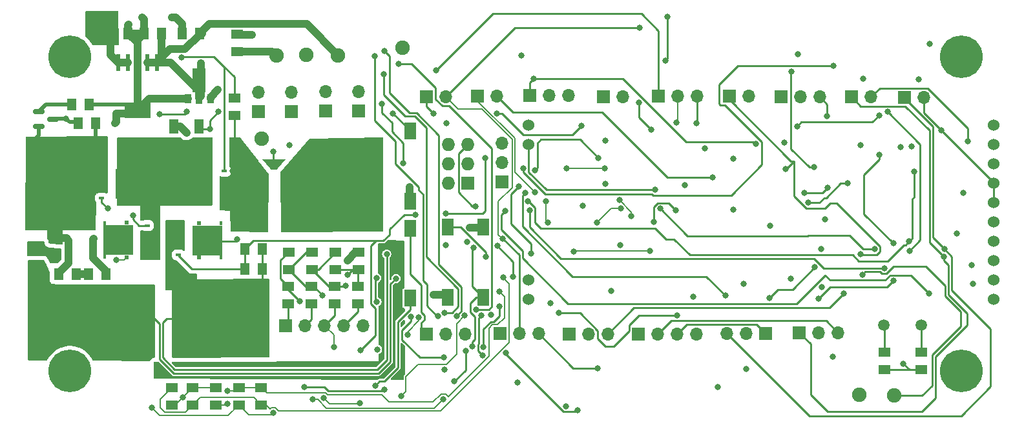
<source format=gtl>
<<<<<<< HEAD:sirius/BMB/BMB-F_Cu.gbr
%TF.GenerationSoftware,KiCad,Pcbnew,7.0.7*%
%TF.CreationDate,2023-11-14T12:33:41-05:00*%
%TF.ProjectId,BMB,424d422e-6b69-4636-9164-5f7063625858,rev?*%
%TF.SameCoordinates,Original*%
%TF.FileFunction,Copper,L1,Top*%
%TF.FilePolarity,Positive*%
%FSLAX46Y46*%
G04 Gerber Fmt 4.6, Leading zero omitted, Abs format (unit mm)*
G04 Created by KiCad (PCBNEW 7.0.7) date 2023-11-14 12:33:41*
=======
G04 #@! TF.GenerationSoftware,KiCad,Pcbnew,7.0.8*
G04 #@! TF.CreationDate,2023-11-18T20:48:14-05:00*
G04 #@! TF.ProjectId,BMB,424d422e-6b69-4636-9164-5f7063625858,rev?*
G04 #@! TF.SameCoordinates,Original*
G04 #@! TF.FileFunction,Copper,L1,Top*
G04 #@! TF.FilePolarity,Positive*
%FSLAX46Y46*%
G04 Gerber Fmt 4.6, Leading zero omitted, Abs format (unit mm)*
G04 Created by KiCad (PCBNEW 7.0.8) date 2023-11-18 20:48:14*
>>>>>>> 65deff486ed9ad387c3739b0de2a9b27093dad2d:sirius/BMB/BMB-gerbers/BMB-F_Cu.gtl
%MOMM*%
%LPD*%
G01*
G04 APERTURE LIST*
G04 Aperture macros list*
%AMRoundRect*
0 Rectangle with rounded corners*
0 $1 Rounding radius*
0 $2 $3 $4 $5 $6 $7 $8 $9 X,Y pos of 4 corners*
0 Add a 4 corners polygon primitive as box body*
4,1,4,$2,$3,$4,$5,$6,$7,$8,$9,$2,$3,0*
0 Add four circle primitives for the rounded corners*
1,1,$1+$1,$2,$3*
1,1,$1+$1,$4,$5*
1,1,$1+$1,$6,$7*
1,1,$1+$1,$8,$9*
0 Add four rect primitives between the rounded corners*
20,1,$1+$1,$2,$3,$4,$5,0*
20,1,$1+$1,$4,$5,$6,$7,0*
20,1,$1+$1,$6,$7,$8,$9,0*
20,1,$1+$1,$8,$9,$2,$3,0*%
%AMOutline4P*
0 Free polygon, 4 corners , with rotation*
0 The origin of the aperture is its center*
0 number of corners: always 4*
0 $1 to $8 corner X, Y*
0 $9 Rotation angle, in degrees counterclockwise*
0 create outline with 4 corners*
4,1,4,$1,$2,$3,$4,$5,$6,$7,$8,$1,$2,$9*%
%AMOutline5P*
0 Free polygon, 5 corners , with rotation*
0 The origin of the aperture is its center*
0 number of corners: always 5*
0 $1 to $10 corner X, Y*
0 $11 Rotation angle, in degrees counterclockwise*
0 create outline with 5 corners*
4,1,5,$1,$2,$3,$4,$5,$6,$7,$8,$9,$10,$1,$2,$11*%
%AMOutline6P*
0 Free polygon, 6 corners , with rotation*
0 The origin of the aperture is its center*
0 number of corners: always 6*
0 $1 to $12 corner X, Y*
0 $13 Rotation angle, in degrees counterclockwise*
0 create outline with 6 corners*
4,1,6,$1,$2,$3,$4,$5,$6,$7,$8,$9,$10,$11,$12,$1,$2,$13*%
%AMOutline7P*
0 Free polygon, 7 corners , with rotation*
0 The origin of the aperture is its center*
0 number of corners: always 7*
0 $1 to $14 corner X, Y*
0 $15 Rotation angle, in degrees counterclockwise*
0 create outline with 7 corners*
4,1,7,$1,$2,$3,$4,$5,$6,$7,$8,$9,$10,$11,$12,$13,$14,$1,$2,$15*%
%AMOutline8P*
0 Free polygon, 8 corners , with rotation*
0 The origin of the aperture is its center*
0 number of corners: always 8*
0 $1 to $16 corner X, Y*
0 $17 Rotation angle, in degrees counterclockwise*
0 create outline with 8 corners*
4,1,8,$1,$2,$3,$4,$5,$6,$7,$8,$9,$10,$11,$12,$13,$14,$15,$16,$1,$2,$17*%
%AMFreePoly0*
4,1,9,3.862500,-0.866500,0.737500,-0.866500,0.737500,-0.450000,-0.737500,-0.450000,-0.737500,0.450000,0.737500,0.450000,0.737500,0.866500,3.862500,0.866500,3.862500,-0.866500,3.862500,-0.866500,$1*%
G04 Aperture macros list end*
G04 #@! TA.AperFunction,SMDPad,CuDef*
%ADD10R,1.600000X2.180000*%
G04 #@! TD*
G04 #@! TA.AperFunction,ComponentPad*
%ADD11C,1.905000*%
G04 #@! TD*
G04 #@! TA.AperFunction,ComponentPad*
%ADD12R,1.727200X1.727200*%
G04 #@! TD*
G04 #@! TA.AperFunction,ComponentPad*
%ADD13O,1.727200X1.727200*%
G04 #@! TD*
G04 #@! TA.AperFunction,ComponentPad*
%ADD14C,5.080000*%
G04 #@! TD*
G04 #@! TA.AperFunction,SMDPad,CuDef*
%ADD15R,1.524000X1.270000*%
G04 #@! TD*
G04 #@! TA.AperFunction,ComponentPad*
%ADD16C,5.600000*%
G04 #@! TD*
G04 #@! TA.AperFunction,SMDPad,CuDef*
%ADD17RoundRect,0.102500X0.257500X0.102500X-0.257500X0.102500X-0.257500X-0.102500X0.257500X-0.102500X0*%
G04 #@! TD*
G04 #@! TA.AperFunction,SMDPad,CuDef*
%ADD18R,0.510000X0.585000*%
G04 #@! TD*
G04 #@! TA.AperFunction,SMDPad,CuDef*
%ADD19R,3.990000X3.960000*%
G04 #@! TD*
G04 #@! TA.AperFunction,SMDPad,CuDef*
%ADD20R,0.410000X0.470000*%
G04 #@! TD*
G04 #@! TA.AperFunction,SMDPad,CuDef*
%ADD21R,1.270000X1.524000*%
G04 #@! TD*
G04 #@! TA.AperFunction,ComponentPad*
%ADD22R,1.700000X1.700000*%
G04 #@! TD*
G04 #@! TA.AperFunction,ComponentPad*
%ADD23O,1.700000X1.700000*%
G04 #@! TD*
G04 #@! TA.AperFunction,SMDPad,CuDef*
%ADD24RoundRect,0.102500X-0.257500X-0.102500X0.257500X-0.102500X0.257500X0.102500X-0.257500X0.102500X0*%
G04 #@! TD*
G04 #@! TA.AperFunction,SMDPad,CuDef*
%ADD25R,0.900000X1.300000*%
G04 #@! TD*
G04 #@! TA.AperFunction,SMDPad,CuDef*
%ADD26FreePoly0,90.000000*%
G04 #@! TD*
G04 #@! TA.AperFunction,SMDPad,CuDef*
%ADD27R,0.600000X2.200000*%
G04 #@! TD*
G04 #@! TA.AperFunction,SMDPad,CuDef*
%ADD28R,3.450000X2.150000*%
G04 #@! TD*
G04 #@! TA.AperFunction,SMDPad,CuDef*
%ADD29R,3.048000X3.683000*%
G04 #@! TD*
G04 #@! TA.AperFunction,SMDPad,CuDef*
%ADD30R,1.270000X1.905000*%
G04 #@! TD*
G04 #@! TA.AperFunction,SMDPad,CuDef*
%ADD31RoundRect,0.150000X-0.587500X-0.150000X0.587500X-0.150000X0.587500X0.150000X-0.587500X0.150000X0*%
G04 #@! TD*
G04 #@! TA.AperFunction,ComponentPad*
%ADD32C,1.524000*%
G04 #@! TD*
G04 #@! TA.AperFunction,SMDPad,CuDef*
%ADD33Outline5P,-3.810000X1.270000X3.810000X1.270000X3.810000X-1.270000X-3.302000X-1.270000X-3.810000X-0.762000X270.000000*%
G04 #@! TD*
G04 #@! TA.AperFunction,SMDPad,CuDef*
%ADD34Outline4P,-1.514475X-0.663575X1.514475X-0.663575X0.371475X0.663575X-0.371475X0.663575X180.000000*%
G04 #@! TD*
G04 #@! TA.AperFunction,SMDPad,CuDef*
%ADD35Outline5P,-3.810000X0.762000X-3.302000X1.270000X3.810000X1.270000X3.810000X-1.270000X-3.810000X-1.270000X270.000000*%
G04 #@! TD*
G04 #@! TA.AperFunction,ComponentPad*
%ADD36C,1.501140*%
G04 #@! TD*
G04 #@! TA.AperFunction,ViaPad*
%ADD37C,0.800000*%
<<<<<<< HEAD:sirius/BMB/BMB-F_Cu.gbr
%TD*%
%TA.AperFunction,Conductor*%
%ADD38C,1.000000*%
%TD*%
%TA.AperFunction,Conductor*%
%ADD39C,0.250000*%
%TD*%
%TA.AperFunction,Conductor*%
=======
G04 #@! TD*
G04 #@! TA.AperFunction,Conductor*
%ADD38C,1.000000*%
G04 #@! TD*
G04 #@! TA.AperFunction,Conductor*
%ADD39C,0.250000*%
G04 #@! TD*
G04 #@! TA.AperFunction,Conductor*
>>>>>>> 65deff486ed9ad387c3739b0de2a9b27093dad2d:sirius/BMB/BMB-gerbers/BMB-F_Cu.gtl
%ADD40C,0.500000*%
G04 #@! TD*
G04 #@! TA.AperFunction,Conductor*
%ADD41C,0.152400*%
G04 #@! TD*
G04 APERTURE END LIST*
D10*
X149229640Y-102148740D03*
X149225000Y-111353600D03*
D11*
X134874000Y-79552800D03*
D12*
X151892000Y-96393000D03*
D13*
X149352000Y-96393000D03*
X151892000Y-93853000D03*
X149352000Y-93853000D03*
X151892000Y-91313000D03*
X149352000Y-91313000D03*
D14*
X136549032Y-97703442D03*
D15*
X124790200Y-125450600D03*
X124790200Y-123164600D03*
D16*
X99745800Y-79756000D03*
X99745800Y-121031000D03*
D17*
X119994132Y-98597642D03*
X119994132Y-97327642D03*
X119994132Y-96057642D03*
X119994132Y-94787642D03*
D18*
X117279132Y-98965142D03*
X117279132Y-94420142D03*
D19*
X116199132Y-96692642D03*
D20*
X114409132Y-98907642D03*
X114409132Y-94477642D03*
D21*
X124966632Y-107584042D03*
X122680632Y-107584042D03*
D22*
X146481800Y-116128800D03*
D23*
X149021800Y-116128800D03*
X151561800Y-116128800D03*
D21*
X103124000Y-88468200D03*
X100838000Y-88468200D03*
X105079800Y-76682600D03*
X107365800Y-76682600D03*
D17*
X109890800Y-105714800D03*
X109890800Y-104444800D03*
X109890800Y-103174800D03*
X109890800Y-101904800D03*
D18*
X107175800Y-106082300D03*
X107175800Y-101537300D03*
D19*
X106095800Y-103809800D03*
D20*
X104305800Y-106024800D03*
X104305800Y-101594800D03*
D24*
X103911832Y-94508442D03*
X103911832Y-95778442D03*
X103911832Y-97048442D03*
X103911832Y-98318442D03*
D18*
X106626832Y-94140942D03*
X106626832Y-98685942D03*
D19*
X107706832Y-96413442D03*
D20*
X109496832Y-94198442D03*
X109496832Y-98628442D03*
D22*
X195351400Y-116001801D03*
D23*
X197891400Y-116001801D03*
X200431400Y-116001801D03*
D22*
X128778000Y-86949200D03*
D23*
X128778000Y-84409200D03*
D22*
X160020000Y-84836000D03*
D23*
X162560000Y-84836000D03*
X165100000Y-84836000D03*
D22*
X133273800Y-86868000D03*
D23*
X133273800Y-84328000D03*
D11*
X143357600Y-78587600D03*
D25*
X115189800Y-85267800D03*
D26*
X116689800Y-85180300D03*
D25*
X118189800Y-85267800D03*
D15*
X115849400Y-125450600D03*
X115849400Y-123164600D03*
D22*
X186131200Y-84937600D03*
D23*
X188671200Y-84937600D03*
D21*
X122680632Y-105018642D03*
X124966632Y-105018642D03*
D22*
X202184000Y-85039200D03*
D23*
X204724000Y-85039200D03*
D22*
X146486800Y-85013800D03*
D23*
X149026800Y-85013800D03*
D22*
X192918000Y-85039200D03*
D23*
X195458000Y-85039200D03*
X197998000Y-85039200D03*
D27*
X111127200Y-80510500D03*
X109857200Y-80510500D03*
X108587200Y-80510500D03*
X107317200Y-80510500D03*
X106047200Y-80510500D03*
D28*
X108587200Y-86810500D03*
D21*
X104470200Y-108331000D03*
X102184200Y-108331000D03*
D15*
X137568400Y-107721400D03*
X137568400Y-105435400D03*
D22*
X156083000Y-116103401D03*
D23*
X158623000Y-116103401D03*
X161163000Y-116103401D03*
D10*
X144362120Y-102240280D03*
X144357480Y-111445140D03*
D22*
X124460000Y-86949200D03*
D23*
X124460000Y-84409200D03*
D11*
X203225400Y-124155200D03*
D29*
X115798600Y-114147600D03*
X107670600Y-114147600D03*
D15*
X95402400Y-105029000D03*
X95402400Y-107315000D03*
X121285000Y-87477600D03*
X121285000Y-85191600D03*
X113080800Y-125450600D03*
X113080800Y-123164600D03*
X134518400Y-105435400D03*
X134518400Y-107721400D03*
X131364800Y-112217200D03*
X131364800Y-109931200D03*
X121912800Y-125450600D03*
X121912800Y-123164600D03*
D30*
X116687600Y-88874600D03*
X113385600Y-88874600D03*
D11*
X130708400Y-79527400D03*
D21*
X111760000Y-76682600D03*
X109474000Y-76682600D03*
D16*
X216585800Y-79756000D03*
D10*
X153898600Y-111302800D03*
X153903240Y-102097940D03*
D15*
X97713800Y-103581200D03*
X97713800Y-105867200D03*
D22*
X190881000Y-116052601D03*
D23*
X188341000Y-116052601D03*
X185801000Y-116052601D03*
D21*
X100533200Y-108331000D03*
X98247200Y-108331000D03*
D10*
X144352840Y-89499540D03*
X144348200Y-98704400D03*
D22*
X156362400Y-96164400D03*
D23*
X156362400Y-93624400D03*
X156362400Y-91084400D03*
D22*
X153167000Y-84963000D03*
D23*
X155707000Y-84963000D03*
D31*
X95635600Y-86984800D03*
X95635600Y-88884800D03*
X97510600Y-87934800D03*
D22*
X176860200Y-84937600D03*
D23*
X179400200Y-84937600D03*
X181940200Y-84937600D03*
D22*
X209118200Y-85064600D03*
D23*
X211658200Y-85064600D03*
D16*
X216585800Y-121031000D03*
D15*
X211302600Y-120853200D03*
X211302600Y-118567200D03*
D32*
X220802200Y-111582200D03*
X220802200Y-109042200D03*
X220802200Y-106502200D03*
X220802200Y-103962200D03*
X220802200Y-101422200D03*
X220802200Y-98882200D03*
X220802200Y-96342200D03*
X220802200Y-93802200D03*
X220802200Y-91262200D03*
X220802200Y-88722200D03*
X159842200Y-88722200D03*
X159842200Y-91262200D03*
X159842200Y-109042200D03*
X159842200Y-111582200D03*
D22*
X165150800Y-116154200D03*
D23*
X167690800Y-116154200D03*
X170230800Y-116154200D03*
D15*
X121691400Y-79070200D03*
X121691400Y-76784200D03*
X131447000Y-105384600D03*
X131447000Y-107670600D03*
D14*
X98425000Y-112649000D03*
X122199400Y-116408200D03*
D11*
X126796800Y-79603600D03*
D15*
X118846600Y-125450600D03*
X118846600Y-123164600D03*
D14*
X98576032Y-96941442D03*
D24*
X113941300Y-101955800D03*
X113941300Y-103225800D03*
X113941300Y-104495800D03*
X113941300Y-105765800D03*
D18*
X116656300Y-101588300D03*
X116656300Y-106133300D03*
D19*
X117736300Y-103860800D03*
D20*
X119526300Y-101645800D03*
X119526300Y-106075800D03*
D33*
X128713132Y-98554342D03*
D34*
X126452532Y-93902967D03*
D35*
X124191932Y-98554342D03*
D22*
X169621200Y-85013800D03*
D23*
X172161200Y-85013800D03*
D21*
X116738400Y-76733400D03*
X114452400Y-76733400D03*
D15*
X206476600Y-120853200D03*
X206476600Y-118567200D03*
D11*
X207721200Y-124231400D03*
D15*
X137464800Y-112217200D03*
X137464800Y-109931200D03*
D11*
X124841000Y-90525600D03*
D22*
X128016000Y-115036600D03*
D23*
X130556000Y-115036600D03*
X133096000Y-115036600D03*
X135636000Y-115036600D03*
X138176000Y-115036600D03*
D22*
X137541000Y-86898400D03*
D23*
X137541000Y-84358400D03*
D15*
X128314800Y-112217200D03*
X128314800Y-109931200D03*
D22*
X174244000Y-116154201D03*
D23*
X176784000Y-116154201D03*
X179324000Y-116154201D03*
X181864000Y-116154201D03*
D15*
X134414800Y-112217200D03*
X134414800Y-109931200D03*
D21*
X99974400Y-86004400D03*
X102260400Y-86004400D03*
D15*
X128397000Y-105384600D03*
X128397000Y-107670600D03*
D36*
X206448660Y-115011200D03*
X211330540Y-115011200D03*
D37*
X217932000Y-107111800D03*
X101395432Y-110276442D03*
X94943832Y-115458042D03*
X108077000Y-118313200D03*
X103325832Y-117261442D03*
X123596400Y-76911200D03*
X109245400Y-74625200D03*
X197840600Y-111506000D03*
X105256232Y-114772242D03*
X105613200Y-88519000D03*
X95705832Y-110276442D03*
X106094432Y-118455242D03*
X95096232Y-111825842D03*
X96469200Y-115493800D03*
X186639200Y-99847400D03*
X108558232Y-111749642D03*
X182956200Y-91821000D03*
X105967432Y-113527642D03*
X104341832Y-115889842D03*
X106881832Y-111800442D03*
X109980632Y-110327242D03*
X106856432Y-110276442D03*
X142468600Y-108864400D03*
X95528032Y-118455242D03*
X208965800Y-120040400D03*
X98552000Y-117388442D03*
X169937600Y-90762400D03*
X106069032Y-115966042D03*
X101090632Y-117261442D03*
X94867632Y-117236042D03*
X198221600Y-104978200D03*
X107416600Y-75565000D03*
X102309832Y-113527642D03*
X103300432Y-111825842D03*
X101420832Y-111825842D03*
X99466400Y-116052600D03*
X104087832Y-118404442D03*
X105103832Y-117312242D03*
X203657200Y-82626200D03*
X207645000Y-109157100D03*
X113080800Y-74625200D03*
X152146000Y-102184200D03*
X96518632Y-117286842D03*
X105078432Y-111800442D03*
X105791000Y-87223600D03*
X94893032Y-113603842D03*
X194233800Y-108889800D03*
X107162600Y-117271800D03*
X97942400Y-116179600D03*
X109296200Y-117170200D03*
X210007200Y-91490800D03*
X102132032Y-115839042D03*
X103275032Y-110251042D03*
X109855000Y-118389400D03*
X158369000Y-122555000D03*
X103325832Y-114772242D03*
X188366400Y-120751600D03*
X216789000Y-97586800D03*
X210972400Y-82727800D03*
X108532832Y-110301842D03*
X199720200Y-119126000D03*
X105002232Y-110251042D03*
X101015800Y-115138200D03*
X104316432Y-113527642D03*
X199059800Y-96941702D03*
X195961000Y-97663000D03*
X203327000Y-91389200D03*
X193344800Y-91033600D03*
X196506500Y-98907600D03*
X201625200Y-96393000D03*
X205790800Y-87426800D03*
X195021200Y-88874600D03*
X128473200Y-91363800D03*
X116916200Y-80619600D03*
X115036600Y-89712800D03*
X154965400Y-113665000D03*
X129844800Y-111887000D03*
X132842000Y-111074200D03*
X135891647Y-109843370D03*
X136093200Y-108407200D03*
X122783600Y-112242600D03*
X122707400Y-109753400D03*
X119176800Y-115062000D03*
X120065800Y-111074200D03*
X114173000Y-109728000D03*
X120954800Y-112242600D03*
X115824000Y-117348000D03*
X125374400Y-113360200D03*
X114960400Y-110921800D03*
X188036200Y-109601000D03*
X125298200Y-111074200D03*
X169875200Y-96481300D03*
X119278400Y-112217200D03*
X119253000Y-109753400D03*
X186639200Y-93167200D03*
X118338600Y-116281200D03*
X116484400Y-110998000D03*
X119278400Y-118059200D03*
X116586000Y-118491000D03*
X136093200Y-106502200D03*
X140055600Y-118160800D03*
X124510800Y-112217200D03*
X115849400Y-109804200D03*
X123469400Y-111074200D03*
X120904000Y-109702600D03*
X144221200Y-96875600D03*
X117449600Y-117449600D03*
X124993400Y-118643400D03*
X118338600Y-111074200D03*
X114147600Y-117373400D03*
X141262100Y-105651300D03*
X148996400Y-104444800D03*
X166947550Y-99349700D03*
X118364000Y-113436400D03*
X120091200Y-113461800D03*
X114833400Y-118592600D03*
X121691400Y-111074200D03*
X180289200Y-96621600D03*
X124383800Y-109778800D03*
X118237000Y-118618000D03*
X147421600Y-110972600D03*
X151815800Y-104063800D03*
X117500400Y-109778800D03*
X171831000Y-104444800D03*
X145443820Y-113972747D03*
X143992600Y-116281200D03*
X169824400Y-94437200D03*
X162128200Y-98755200D03*
X162382200Y-101549200D03*
X164835791Y-94437200D03*
X165760400Y-105308400D03*
X175732500Y-105283000D03*
X168808400Y-101549200D03*
X171905115Y-99655899D03*
X173329600Y-100660200D03*
X171744702Y-98539900D03*
X158546800Y-96799400D03*
X160205101Y-105562400D03*
X168986200Y-93040200D03*
X160681262Y-94683464D03*
X121893232Y-95696842D03*
X121156632Y-98440042D03*
X122198032Y-92166242D03*
X121029632Y-94782442D03*
X121715432Y-101716642D03*
X121283632Y-91226442D03*
X121207432Y-100497442D03*
X121842432Y-99506842D03*
X102895400Y-103596242D03*
X121918632Y-93918842D03*
X102743000Y-105029000D03*
X123417232Y-93868042D03*
X121029632Y-92801242D03*
X121893232Y-97449442D03*
X121105832Y-96560442D03*
X102259032Y-95646042D03*
X94842232Y-101513442D03*
X94766032Y-93360042D03*
X98474432Y-93283842D03*
X101166832Y-92242442D03*
X94512032Y-97068442D03*
X102005032Y-93283842D03*
X103529032Y-90997842D03*
X95832832Y-94426842D03*
X100227032Y-93334642D03*
X101166832Y-94503042D03*
X94639032Y-94757042D03*
X98372832Y-91074042D03*
X96467832Y-101513442D03*
X99439632Y-92267842D03*
X98245832Y-101513442D03*
X102259032Y-97093842D03*
X96620232Y-93385442D03*
X101776432Y-91074042D03*
X94664432Y-99303642D03*
X102640032Y-94477642D03*
X181457600Y-111277400D03*
X100785832Y-100167242D03*
X102792432Y-92242442D03*
X96620232Y-91074042D03*
X164719000Y-125628400D03*
X139776200Y-122922700D03*
X99973032Y-101513442D03*
X95680432Y-100268842D03*
X95909032Y-92293242D03*
X102208232Y-100141842D03*
X102233632Y-98617842D03*
X95324832Y-98135242D03*
X99160232Y-100395842D03*
X101649432Y-101462642D03*
X100074632Y-91099442D03*
X97407632Y-100446642D03*
X97636232Y-92293242D03*
X94740632Y-90972442D03*
X95274032Y-95976242D03*
X118059200Y-89230200D03*
X140614400Y-85953600D03*
X144449800Y-113868200D03*
X143408400Y-93726000D03*
X148742400Y-119253000D03*
X139941900Y-108788200D03*
X155991500Y-112522000D03*
X153949400Y-117830600D03*
X139979400Y-111912400D03*
X119202200Y-86994500D03*
X137795000Y-118313200D03*
X166758986Y-88810502D03*
X155722593Y-87177607D03*
X148971000Y-100304600D03*
X145059400Y-100482400D03*
X154127200Y-93014800D03*
X212420200Y-78105000D03*
X119151400Y-84099400D03*
X103682800Y-77597000D03*
X208635600Y-91617800D03*
X215976200Y-102971600D03*
X102768400Y-74447400D03*
X102616000Y-77089000D03*
X149047200Y-88493600D03*
X198697196Y-101099003D03*
X103835200Y-75285600D03*
X191480502Y-101955600D03*
X195122800Y-79425800D03*
X102311200Y-75336400D03*
X103073200Y-76200000D03*
X158877000Y-79578200D03*
X198281352Y-109944500D03*
X104470200Y-74345800D03*
X105384600Y-75082400D03*
X184658000Y-123139200D03*
X218059000Y-109550200D03*
X156768800Y-99994065D03*
X212344000Y-110845600D03*
X210413600Y-94843600D03*
X209727800Y-103987600D03*
X159766000Y-98755200D03*
X159969200Y-99872800D03*
X206476600Y-107518200D03*
X156895800Y-118643400D03*
X152499900Y-117800324D03*
X152623350Y-104854548D03*
X166293800Y-126187200D03*
X152908000Y-99390200D03*
X126390400Y-126532700D03*
X110464600Y-125831600D03*
X114515900Y-124498100D03*
X120370600Y-125272800D03*
X120396000Y-123621800D03*
X156006800Y-110566200D03*
X156514800Y-108712000D03*
X147421600Y-87198200D03*
X194284600Y-81686400D03*
X197231000Y-94259400D03*
X193573400Y-94513400D03*
X203384680Y-105656553D03*
X176453800Y-97205800D03*
X177088800Y-99695000D03*
X205181200Y-104990300D03*
X203581000Y-108368500D03*
X213982300Y-89446100D03*
X207645000Y-104241600D03*
X205816200Y-92608400D03*
X209753200Y-105232200D03*
X217449400Y-90855800D03*
X206883000Y-86964100D03*
X214325200Y-105003600D03*
X214274400Y-106019600D03*
X179171600Y-99898200D03*
X197383400Y-107379100D03*
X176250600Y-101447600D03*
X191389000Y-111429800D03*
X183972200Y-95580200D03*
X201142600Y-110871000D03*
X139901832Y-92699642D03*
X134085232Y-94960242D03*
X133983632Y-91886842D03*
X135202832Y-100726042D03*
X140028832Y-101945242D03*
X138631832Y-92090042D03*
X138885832Y-101488042D03*
X134059832Y-93410842D03*
X132789832Y-95087242D03*
X137666632Y-100878442D03*
X162712400Y-112141000D03*
X131469032Y-97652642D03*
X138682632Y-94680842D03*
X139876432Y-98998842D03*
X131392832Y-92648842D03*
X132789832Y-101970642D03*
X139825632Y-94071242D03*
X139978032Y-97373242D03*
X137590432Y-91074042D03*
X132764432Y-91912242D03*
X137514232Y-93868042D03*
X139927232Y-100700642D03*
X131418232Y-94376042D03*
X137742832Y-102097642D03*
X129386232Y-93995042D03*
X131418232Y-99430642D03*
X133983632Y-101284842D03*
X132713632Y-93461642D03*
X139800232Y-95696842D03*
X136396632Y-91861442D03*
X135304432Y-94376042D03*
X170713400Y-110464600D03*
X137514232Y-92877442D03*
X131418232Y-95849242D03*
X131469032Y-101284842D03*
X135279032Y-91201042D03*
X138708032Y-93360042D03*
X136371232Y-101437242D03*
X136295032Y-93258442D03*
X148818600Y-120802400D03*
X139800232Y-91353442D03*
X135304432Y-102123042D03*
X135202832Y-92648842D03*
X132815232Y-100243442D03*
X132739032Y-96712842D03*
X132840632Y-98541642D03*
X130429000Y-123149300D03*
X140919200Y-123454100D03*
X137718800Y-125206700D03*
X133006747Y-124574653D03*
X134315200Y-117881400D03*
X148691600Y-124688600D03*
X131546600Y-124732100D03*
X198983600Y-87584400D03*
X159435800Y-97612200D03*
X185674000Y-111125000D03*
X179247800Y-88366600D03*
X160680400Y-97561400D03*
X174396400Y-75971400D03*
X156489400Y-103657400D03*
X177774600Y-80289400D03*
X175920400Y-89331800D03*
X178028600Y-74521900D03*
X174296601Y-85748599D03*
X114376200Y-79883000D03*
X111531400Y-87274400D03*
X108026200Y-100609400D03*
X115036600Y-86995000D03*
X114628832Y-91175642D03*
X111809432Y-92394842D03*
X111175800Y-93548200D03*
X111047432Y-91023242D03*
X108228032Y-92293242D03*
X111936432Y-95823842D03*
X113587432Y-92420242D03*
X115543232Y-92420242D03*
X111961832Y-97322442D03*
X112723832Y-91074042D03*
X117397432Y-92445642D03*
X107440632Y-91048642D03*
X109117032Y-91074042D03*
X116483032Y-91150242D03*
X111936432Y-94553842D03*
X106729432Y-92293242D03*
X111987232Y-98668642D03*
X109904432Y-92369442D03*
X112649000Y-93522800D03*
X99212400Y-87858600D03*
X104698800Y-99644200D03*
X105816400Y-106400600D03*
X140893800Y-82016600D03*
X148862120Y-113349581D03*
X142849600Y-80670400D03*
X152955302Y-112974923D03*
X147969105Y-113798502D03*
X139700000Y-79679300D03*
X140932598Y-79031402D03*
X150406191Y-113775108D03*
X151460634Y-113745265D03*
X143179800Y-124297500D03*
X153789107Y-118940307D03*
X153644600Y-113715800D03*
X159143100Y-94411800D03*
X199771000Y-80949800D03*
X126414432Y-92227400D03*
X121613832Y-103723442D03*
X163811900Y-113411000D03*
X179298600Y-113703101D03*
X150139400Y-122389300D03*
X151638000Y-118389400D03*
X189682901Y-91215699D03*
X160528000Y-82600800D03*
X142087600Y-87172800D03*
X147701000Y-81559400D03*
X181889400Y-88519000D03*
X157810200Y-108610400D03*
X154217093Y-106033293D03*
X155752740Y-104596092D03*
X168935400Y-120624600D03*
D38*
<<<<<<< HEAD:sirius/BMB/BMB-F_Cu.gbr
%TO.N,GNDPWR*%
=======
>>>>>>> 65deff486ed9ad387c3739b0de2a9b27093dad2d:sirius/BMB/BMB-gerbers/BMB-F_Cu.gtl
X107365800Y-76682600D02*
X107365800Y-75615800D01*
X114452400Y-75438000D02*
X114452400Y-76733400D01*
X108587200Y-80510500D02*
X108587200Y-77569400D01*
D39*
X207645000Y-109157100D02*
X206857600Y-109944500D01*
X113333404Y-121310400D02*
X111462400Y-119439396D01*
D38*
X108587200Y-77569400D02*
X109474000Y-76682600D01*
X123596400Y-76911200D02*
X121818400Y-76911200D01*
D39*
X141732000Y-119765196D02*
X140186796Y-121310400D01*
D38*
X105791000Y-88341200D02*
X105613200Y-88519000D01*
D39*
X209778600Y-120853200D02*
X208965800Y-120040400D01*
D38*
X108587200Y-86810500D02*
X108587200Y-80510500D01*
D39*
X199402100Y-109944500D02*
X197840600Y-111506000D01*
X211302600Y-120853200D02*
X209778600Y-120853200D01*
D38*
X108587200Y-77904000D02*
X107365800Y-76682600D01*
X121818400Y-76911200D02*
X121691400Y-76784200D01*
D39*
X142468600Y-108864400D02*
X141732000Y-109601000D01*
D38*
X153816980Y-102184200D02*
X153903240Y-102097940D01*
X107365800Y-75615800D02*
X107416600Y-75565000D01*
D39*
X211302600Y-120853200D02*
X206476600Y-120853200D01*
D40*
X102260400Y-86004400D02*
X107781100Y-86004400D01*
D38*
X108174100Y-87223600D02*
X108587200Y-86810500D01*
D39*
X140186796Y-121310400D02*
X113333404Y-121310400D01*
D38*
X113639600Y-74625200D02*
X114452400Y-75438000D01*
X109474000Y-74853800D02*
X109245400Y-74625200D01*
X108587200Y-86810500D02*
X110129900Y-85267800D01*
X105791000Y-87223600D02*
X108174100Y-87223600D01*
D39*
X107781100Y-86004400D02*
X108587200Y-86810500D01*
D38*
X113080800Y-74625200D02*
X113639600Y-74625200D01*
X152146000Y-102184200D02*
X153816980Y-102184200D01*
X107365800Y-76682600D02*
X109474000Y-76682600D01*
X108587200Y-80510500D02*
X108587200Y-77904000D01*
D39*
X141732000Y-109601000D02*
X141732000Y-119765196D01*
D38*
X110129900Y-85267800D02*
X115189800Y-85267800D01*
X105791000Y-87223600D02*
X105791000Y-88341200D01*
D39*
X206857600Y-109944500D02*
X199402100Y-109944500D01*
X111462400Y-119439396D02*
X111462400Y-114815200D01*
X110794800Y-114147600D02*
X107670600Y-114147600D01*
X111462400Y-114815200D02*
X110794800Y-114147600D01*
D38*
X109474000Y-76682600D02*
X109474000Y-74853800D01*
D39*
<<<<<<< HEAD:sirius/BMB/BMB-F_Cu.gbr
%TO.N,Net-(IC1-PR0{slash}XTAL2{slash}TOSC2)*%
=======
>>>>>>> 65deff486ed9ad387c3739b0de2a9b27093dad2d:sirius/BMB/BMB-gerbers/BMB-F_Cu.gtl
X211302600Y-115039140D02*
X211330540Y-115011200D01*
X211330540Y-115567460D02*
X211330540Y-115011200D01*
X211328000Y-115570000D02*
X211330540Y-115567460D01*
X211302600Y-118567200D02*
X211302600Y-115039140D01*
X206502000Y-115575080D02*
X206448660Y-115521740D01*
X206476600Y-115039140D02*
X206448660Y-115011200D01*
X206448660Y-115567460D02*
X206448660Y-115011200D01*
X206448660Y-115521740D02*
X206448660Y-115011200D01*
X206375000Y-115641120D02*
X206448660Y-115567460D01*
X206476600Y-118567200D02*
X206476600Y-115039140D01*
X199059800Y-96941702D02*
X198338502Y-97663000D01*
X198338502Y-97663000D02*
X195961000Y-97663000D01*
X198868200Y-98286400D02*
X200761600Y-96393000D01*
X198588800Y-98286400D02*
X198868200Y-98286400D01*
X196506500Y-98907600D02*
X197967600Y-98907600D01*
X197967600Y-98907600D02*
X198588800Y-98286400D01*
X200761600Y-96393000D02*
X201625200Y-96393000D01*
X195586400Y-88309400D02*
X195021200Y-88874600D01*
X204908200Y-88309400D02*
X195586400Y-88309400D01*
X205790800Y-87426800D02*
X204908200Y-88309400D01*
D38*
<<<<<<< HEAD:sirius/BMB/BMB-F_Cu.gbr
%TO.N,/Vin*%
=======
>>>>>>> 65deff486ed9ad387c3739b0de2a9b27093dad2d:sirius/BMB/BMB-gerbers/BMB-F_Cu.gtl
X116689800Y-84267800D02*
X112932500Y-80510500D01*
X114815800Y-78783000D02*
X116738400Y-76860400D01*
X116738400Y-76860400D02*
X116738400Y-76733400D01*
X113385600Y-88874600D02*
X114198400Y-88874600D01*
X116916200Y-84953900D02*
X116689800Y-85180300D01*
X118022600Y-75449200D02*
X130770400Y-75449200D01*
X111760000Y-76682600D02*
X111760000Y-79877700D01*
X130770400Y-75449200D02*
X134874000Y-79552800D01*
X112854700Y-78783000D02*
X114815800Y-78783000D01*
X116916200Y-80619600D02*
X116916200Y-84953900D01*
X109857200Y-80510500D02*
X111127200Y-80510500D01*
X116738400Y-76733400D02*
X117068600Y-76733400D01*
X111760000Y-79877700D02*
X112854700Y-78783000D01*
X111760000Y-79877700D02*
X111127200Y-80510500D01*
D40*
X113385600Y-88874600D02*
X114359082Y-88874600D01*
D38*
X114198400Y-88874600D02*
X115036600Y-89712800D01*
X112932500Y-80510500D02*
X111127200Y-80510500D01*
X116738400Y-76733400D02*
X118022600Y-75449200D01*
X116689800Y-85180300D02*
X116689800Y-84267800D01*
D39*
<<<<<<< HEAD:sirius/BMB/BMB-F_Cu.gbr
%TO.N,Net-(U3-VC4)*%
=======
>>>>>>> 65deff486ed9ad387c3739b0de2a9b27093dad2d:sirius/BMB/BMB-gerbers/BMB-F_Cu.gtl
X128314800Y-110357000D02*
X129844800Y-111887000D01*
X128314800Y-109931200D02*
X127310000Y-108926400D01*
X127310000Y-106471600D02*
X128397000Y-105384600D01*
X127310000Y-108926400D02*
X127310000Y-106471600D01*
X128314800Y-109931200D02*
X128314800Y-110357000D01*
X130657600Y-109931200D02*
X131364800Y-109931200D01*
X128397000Y-107670600D02*
X130657600Y-109931200D01*
X131447000Y-105384600D02*
X130683000Y-105384600D01*
X130683000Y-105384600D02*
X128397000Y-107670600D01*
X131699000Y-109931200D02*
X132842000Y-111074200D01*
X131364800Y-109931200D02*
X131699000Y-109931200D01*
X133707600Y-109931200D02*
X131447000Y-107670600D01*
X134414800Y-109931200D02*
X133707600Y-109931200D01*
X135891647Y-109843370D02*
X135803817Y-109931200D01*
X131447000Y-107670600D02*
X132283200Y-107670600D01*
X135803817Y-109931200D02*
X134414800Y-109931200D01*
X132283200Y-107670600D02*
X134518400Y-105435400D01*
X137568400Y-107721400D02*
X134518400Y-107721400D01*
X137464800Y-109931200D02*
X137464800Y-107825000D01*
X137464800Y-107825000D02*
X137568400Y-107721400D01*
X136093200Y-108407200D02*
X136779000Y-107721400D01*
X136779000Y-107721400D02*
X137568400Y-107721400D01*
D38*
<<<<<<< HEAD:sirius/BMB/BMB-F_Cu.gbr
%TO.N,GND1*%
=======
>>>>>>> 65deff486ed9ad387c3739b0de2a9b27093dad2d:sirius/BMB/BMB-gerbers/BMB-F_Cu.gtl
X148844000Y-110972600D02*
X149225000Y-111353600D01*
D39*
X111912400Y-114681000D02*
X111912400Y-119253000D01*
D38*
X144221200Y-96875600D02*
X144221200Y-98577400D01*
D39*
X140058400Y-120802400D02*
X141282000Y-119578800D01*
X113461800Y-120802400D02*
X140058400Y-120802400D01*
X115798600Y-114147600D02*
X112445800Y-114147600D01*
X124966632Y-107584042D02*
X124966632Y-109195968D01*
X141282000Y-105671200D02*
X141262100Y-105651300D01*
D38*
X147421600Y-110972600D02*
X148844000Y-110972600D01*
X144221200Y-98577400D02*
X144348200Y-98704400D01*
D39*
X141282000Y-119578800D02*
X141282000Y-105671200D01*
X112445800Y-114147600D02*
X111912400Y-114681000D01*
D38*
X136093200Y-106502200D02*
X137160000Y-105435400D01*
D39*
X111912400Y-119253000D02*
X113461800Y-120802400D01*
X137568400Y-105329800D02*
X137742200Y-105156000D01*
X124966632Y-109195968D02*
X124383800Y-109778800D01*
D38*
X137160000Y-105435400D02*
X137568400Y-105435400D01*
D39*
X124966632Y-105018642D02*
X124966632Y-107584042D01*
D41*
X145443820Y-114423580D02*
X143992600Y-115874800D01*
X145443820Y-113972747D02*
X145443820Y-114423580D01*
X143992600Y-115874800D02*
X143992600Y-116281200D01*
X162128200Y-98755200D02*
X162128200Y-101295200D01*
X164835791Y-94437200D02*
X169824400Y-94437200D01*
X162128200Y-101295200D02*
X162382200Y-101549200D01*
X165785800Y-105283000D02*
X165760400Y-105308400D01*
X175732500Y-105283000D02*
X165785800Y-105283000D01*
X168808400Y-101549200D02*
X170701701Y-99655899D01*
X170701701Y-99655899D02*
X171905115Y-99655899D01*
X171744702Y-98539900D02*
X173329600Y-100124798D01*
X173329600Y-100124798D02*
X173329600Y-100660200D01*
D39*
<<<<<<< HEAD:sirius/BMB/BMB-F_Cu.gbr
%TO.N,Net-(U6-VDD)*%
=======
>>>>>>> 65deff486ed9ad387c3739b0de2a9b27093dad2d:sirius/BMB/BMB-gerbers/BMB-F_Cu.gtl
X158546800Y-96799400D02*
X157556200Y-97790000D01*
X161037500Y-91063604D02*
X161473904Y-90627200D01*
X160681262Y-94683464D02*
X161037500Y-94327226D01*
X161473904Y-90627200D02*
X166573200Y-90627200D01*
X160205101Y-104325101D02*
X160205101Y-105562400D01*
X161037500Y-94327226D02*
X161037500Y-91063604D01*
X157556200Y-97790000D02*
X157556200Y-101676200D01*
X157556200Y-101676200D02*
X160205101Y-104325101D01*
X166573200Y-90627200D02*
X168986200Y-93040200D01*
D38*
<<<<<<< HEAD:sirius/BMB/BMB-F_Cu.gbr
%TO.N,Net-(C29-Pad1)*%
=======
>>>>>>> 65deff486ed9ad387c3739b0de2a9b27093dad2d:sirius/BMB/BMB-gerbers/BMB-F_Cu.gtl
X104470200Y-108331000D02*
X104470200Y-107899200D01*
X102743000Y-103748642D02*
X102895400Y-103596242D01*
X104470200Y-107899200D02*
X102743000Y-106172000D01*
X102743000Y-106172000D02*
X102743000Y-105029000D01*
X102743000Y-105029000D02*
X102743000Y-103748642D01*
D39*
X121285000Y-91225074D02*
X121283632Y-91226442D01*
X121285000Y-87477600D02*
X121285000Y-91225074D01*
D38*
<<<<<<< HEAD:sirius/BMB/BMB-F_Cu.gbr
%TO.N,Net-(C29-Pad2)*%
X100533200Y-108331000D02*
X102184200Y-108331000D01*
D39*
%TO.N,/PACK+*%
=======
X100533200Y-108331000D02*
X102184200Y-108331000D01*
D39*
>>>>>>> 65deff486ed9ad387c3739b0de2a9b27093dad2d:sirius/BMB/BMB-gerbers/BMB-F_Cu.gtl
X139776200Y-122922700D02*
X140323747Y-122375153D01*
D40*
X98247200Y-108331000D02*
X98628200Y-107950000D01*
X95635600Y-90077474D02*
X94740632Y-90972442D01*
D39*
X144357480Y-112919120D02*
X144357480Y-111445140D01*
D40*
X103124000Y-88341200D02*
X103124000Y-90592810D01*
D38*
X99593400Y-103911400D02*
X99263200Y-103581200D01*
D40*
X98628200Y-107950000D02*
X98628200Y-107808600D01*
D39*
X140946647Y-122375153D02*
X142722600Y-120599200D01*
X142722600Y-120599200D02*
X142722600Y-114554000D01*
D38*
X99593400Y-106843400D02*
X99593400Y-103911400D01*
D40*
X95635600Y-88884800D02*
X95635600Y-90077474D01*
D38*
X99263200Y-103581200D02*
X97713800Y-103581200D01*
D39*
X140323747Y-122375153D02*
X140946647Y-122375153D01*
D38*
X98628200Y-107808600D02*
X99593400Y-106843400D01*
D39*
X142722600Y-114554000D02*
X144357480Y-112919120D01*
D40*
X103124000Y-90592810D02*
X103529032Y-90997842D01*
D39*
<<<<<<< HEAD:sirius/BMB/BMB-F_Cu.gbr
%TO.N,Net-(U3-PTC)*%
=======
>>>>>>> 65deff486ed9ad387c3739b0de2a9b27093dad2d:sirius/BMB/BMB-gerbers/BMB-F_Cu.gtl
X143267600Y-116902400D02*
X145618200Y-119253000D01*
X139941900Y-108788200D02*
X139750800Y-108979300D01*
X144449800Y-113868200D02*
X144449800Y-114452400D01*
X155991500Y-113832700D02*
X155290399Y-114533801D01*
X139750800Y-111683800D02*
X139979400Y-111912400D01*
X119202200Y-86994500D02*
X118059200Y-88137500D01*
X144449800Y-114452400D02*
X143267600Y-115634600D01*
X141935200Y-88417400D02*
X141935200Y-89619140D01*
X155991500Y-112522000D02*
X155991500Y-113832700D01*
X153949400Y-115485218D02*
X153949400Y-117830600D01*
X155290399Y-114533801D02*
X154900817Y-114533801D01*
X139750800Y-108979300D02*
X139750800Y-111683800D01*
X143267600Y-115634600D02*
X143267600Y-116902400D01*
X118059200Y-89230200D02*
X117043200Y-89230200D01*
X118059200Y-88137500D02*
X118059200Y-89230200D01*
X143408400Y-91092340D02*
X143408400Y-93726000D01*
X117043200Y-89230200D02*
X116687600Y-88874600D01*
X154900817Y-114533801D02*
X153949400Y-115485218D01*
X145618200Y-119253000D02*
X148742400Y-119253000D01*
X141935200Y-89619140D02*
X143408400Y-91092340D01*
X140614400Y-87096600D02*
X141935200Y-88417400D01*
X140614400Y-85953600D02*
X140614400Y-87096600D01*
X139801600Y-116306600D02*
X139801600Y-112801400D01*
X122416274Y-107848400D02*
X122680632Y-107584042D01*
X115686642Y-107584042D02*
X113941300Y-105838700D01*
X113941300Y-105838700D02*
X113941300Y-105765800D01*
X139852400Y-103931642D02*
X140822758Y-103931642D01*
X140822758Y-103931642D02*
X141655800Y-103098600D01*
X141655800Y-102406600D02*
X143580000Y-100482400D01*
X154152600Y-99974400D02*
X154152600Y-93040200D01*
X122680632Y-105018642D02*
X123767632Y-103931642D01*
X139217400Y-104566642D02*
X139852400Y-103931642D01*
X141655800Y-103098600D02*
X141655800Y-102406600D01*
X156367207Y-87177607D02*
X159156400Y-89966800D01*
X139801600Y-112801400D02*
X139217400Y-112217200D01*
X123767632Y-103931642D02*
X139852400Y-103931642D01*
X159156400Y-89966800D02*
X165602688Y-89966800D01*
X137795000Y-118313200D02*
X139801600Y-116306600D01*
X143580000Y-100482400D02*
X145059400Y-100482400D01*
X122680632Y-107584042D02*
X115686642Y-107584042D01*
X154152600Y-93040200D02*
X154127200Y-93014800D01*
X122680632Y-105018642D02*
X122680632Y-107584042D01*
X155722593Y-87177607D02*
X156367207Y-87177607D01*
X148971000Y-100304600D02*
X153822400Y-100304600D01*
X153822400Y-100304600D02*
X154152600Y-99974400D01*
X165602688Y-89966800D02*
X166758986Y-88810502D01*
X139217400Y-112217200D02*
X139217400Y-104566642D01*
D38*
<<<<<<< HEAD:sirius/BMB/BMB-F_Cu.gbr
%TO.N,+12V*%
=======
>>>>>>> 65deff486ed9ad387c3739b0de2a9b27093dad2d:sirius/BMB/BMB-gerbers/BMB-F_Cu.gtl
X119151400Y-84099400D02*
X118189800Y-85061000D01*
X118189800Y-85061000D02*
X118189800Y-85267800D01*
X121691400Y-79070200D02*
X126263400Y-79070200D01*
X126263400Y-79070200D02*
X126796800Y-79603600D01*
X105029000Y-76962000D02*
X105029000Y-79492300D01*
X105029000Y-79492300D02*
X106047200Y-80510500D01*
X107317200Y-80510500D02*
X106047200Y-80510500D01*
D39*
<<<<<<< HEAD:sirius/BMB/BMB-F_Cu.gbr
%TO.N,Net-(IC1-PDI_DATA)*%
=======
>>>>>>> 65deff486ed9ad387c3739b0de2a9b27093dad2d:sirius/BMB/BMB-gerbers/BMB-F_Cu.gtl
X159073000Y-105215695D02*
X159073000Y-106215600D01*
X209931000Y-108432600D02*
X212344000Y-110845600D01*
X165012200Y-112154800D02*
X195016705Y-112154800D01*
X156286200Y-100476665D02*
X156286200Y-102428895D01*
X207223901Y-108432600D02*
X209931000Y-108432600D01*
X195016705Y-112154800D02*
X198738905Y-108432600D01*
X156768800Y-99994065D02*
X156286200Y-100476665D01*
X206563001Y-109093500D02*
X207223901Y-108432600D01*
X156286200Y-102428895D02*
X159073000Y-105215695D01*
X159073000Y-106215600D02*
X165012200Y-112154800D01*
X198738905Y-108432600D02*
X199399805Y-109093500D01*
X199399805Y-109093500D02*
X206563001Y-109093500D01*
X160694200Y-101512200D02*
X160694200Y-99572495D01*
X206908400Y-106603800D02*
X203139395Y-106603800D01*
X209245200Y-104470200D02*
X209042000Y-104470200D01*
X203139395Y-106603800D02*
X202326595Y-105791000D01*
X209042000Y-104470200D02*
X206908400Y-106603800D01*
X160694200Y-99572495D02*
X159876905Y-98755200D01*
X176449305Y-102274200D02*
X161456200Y-102274200D01*
X210108800Y-98450400D02*
X210108800Y-103606600D01*
X178879891Y-103694495D02*
X177869600Y-103694495D01*
X210108800Y-103606600D02*
X209727800Y-103987600D01*
X180976396Y-105791000D02*
X178879891Y-103694495D01*
X210413600Y-98145600D02*
X210108800Y-98450400D01*
X177869600Y-103694495D02*
X176449305Y-102274200D01*
X209727800Y-103987600D02*
X209245200Y-104470200D01*
X159876905Y-98755200D02*
X159766000Y-98755200D01*
X161456200Y-102274200D02*
X160694200Y-101512200D01*
X202326595Y-105791000D02*
X180976396Y-105791000D01*
X210413600Y-94843600D02*
X210413600Y-98145600D01*
X164076800Y-106241000D02*
X159969200Y-102133400D01*
X197270605Y-106241000D02*
X164076800Y-106241000D01*
X159969200Y-102133400D02*
X159969200Y-99872800D01*
X198547805Y-107518200D02*
X197270605Y-106241000D01*
X206476600Y-107518200D02*
X198547805Y-107518200D01*
X152497301Y-104980597D02*
X152497301Y-109901501D01*
X153009600Y-111302800D02*
X153898600Y-111302800D01*
X152497301Y-109901501D02*
X153898600Y-111302800D01*
X150703400Y-97581600D02*
X150703400Y-92501600D01*
X166127600Y-126353400D02*
X164418695Y-126353400D01*
X152908000Y-99390200D02*
X152512000Y-99390200D01*
X152499900Y-117800324D02*
X152499900Y-117146500D01*
X152839000Y-116807400D02*
X152839000Y-113883926D01*
X152230302Y-112082098D02*
X153009600Y-111302800D01*
X166293800Y-126187200D02*
X166127600Y-126353400D01*
X152499900Y-117146500D02*
X152839000Y-116807400D01*
X152512000Y-99390200D02*
X150703400Y-97581600D01*
X164418695Y-126353400D02*
X156895800Y-118830505D01*
X152230302Y-113275228D02*
X152230302Y-112082098D01*
X152839000Y-113883926D02*
X152230302Y-113275228D01*
X152623350Y-104854548D02*
X152497301Y-104980597D01*
X156895800Y-118830505D02*
X156895800Y-118643400D01*
X150703400Y-92501600D02*
X151892000Y-91313000D01*
D41*
X110464600Y-125831600D02*
X111506000Y-126873000D01*
X126202500Y-126720600D02*
X123182800Y-126720600D01*
X120490400Y-126873000D02*
X121912800Y-125450600D01*
X126390400Y-126532700D02*
X126202500Y-126720600D01*
X113563400Y-125450600D02*
X115849400Y-123164600D01*
D39*
X113080800Y-125450600D02*
X113563400Y-125450600D01*
D41*
X123182800Y-126720600D02*
X121912800Y-125450600D01*
X115849400Y-123164600D02*
X118846600Y-123164600D01*
X111506000Y-126873000D02*
X120490400Y-126873000D01*
X156006800Y-110566200D02*
X156667200Y-111226600D01*
X156667200Y-111226600D02*
X156667200Y-114046000D01*
X154635200Y-119049800D02*
X149322146Y-124362854D01*
X148971692Y-124012400D02*
X148411508Y-124012400D01*
X124790200Y-123164600D02*
X121912800Y-123164600D01*
X148411508Y-124012400D02*
X147351108Y-125072800D01*
X125524053Y-123898453D02*
X124790200Y-123164600D01*
X120396000Y-123621800D02*
X121455600Y-123621800D01*
X133543586Y-124155200D02*
X133286839Y-123898453D01*
X140638608Y-124155200D02*
X133543586Y-124155200D01*
X147351108Y-125072800D02*
X141556208Y-125072800D01*
X154635200Y-115366800D02*
X154635200Y-119049800D01*
X141556208Y-125072800D02*
X140638608Y-124155200D01*
D39*
X120192800Y-125450600D02*
X120370600Y-125272800D01*
D41*
X133286839Y-123898453D02*
X125524053Y-123898453D01*
X156667200Y-114046000D02*
X155778200Y-114935000D01*
X155067000Y-114935000D02*
X154635200Y-115366800D01*
X155778200Y-114935000D02*
X155067000Y-114935000D01*
D39*
X121455600Y-123621800D02*
X121912800Y-123164600D01*
D41*
X118846600Y-125450600D02*
X120192800Y-125450600D01*
X149322146Y-124362854D02*
X148971692Y-124012400D01*
X157258000Y-109531400D02*
X156438600Y-108712000D01*
X148298401Y-126238000D02*
X157258000Y-117278401D01*
X124790200Y-125450600D02*
X125476000Y-125450600D01*
X112161200Y-126410600D02*
X114889400Y-126410600D01*
X113080800Y-123164600D02*
X111556800Y-124688600D01*
X111556800Y-125806200D02*
X112161200Y-126410600D01*
X126670492Y-125856500D02*
X127051992Y-126238000D01*
X125996104Y-125970704D02*
X126110308Y-125856500D01*
X114889400Y-126410600D02*
X115849400Y-125450600D01*
X127051992Y-126238000D02*
X148298401Y-126238000D01*
X115849400Y-125450600D02*
X116809400Y-124490600D01*
X126110308Y-125856500D02*
X126670492Y-125856500D01*
D39*
X156438600Y-108712000D02*
X156514800Y-108712000D01*
D41*
X116809400Y-124490600D02*
X123830200Y-124490600D01*
X125476000Y-125450600D02*
X125996104Y-125970704D01*
X111556800Y-124688600D02*
X111556800Y-125806200D01*
X123830200Y-124490600D02*
X124790200Y-125450600D01*
X157258000Y-117278401D02*
X157258000Y-109531400D01*
D39*
<<<<<<< HEAD:sirius/BMB/BMB-F_Cu.gbr
%TO.N,/MCU_SHUTDN*%
=======
>>>>>>> 65deff486ed9ad387c3739b0de2a9b27093dad2d:sirius/BMB/BMB-gerbers/BMB-F_Cu.gtl
X196646800Y-94259400D02*
X197231000Y-94259400D01*
X194233800Y-81737200D02*
X194233800Y-91846400D01*
X194233800Y-91846400D02*
X196646800Y-94259400D01*
X146486800Y-85013800D02*
X146486800Y-86263400D01*
X194284600Y-81686400D02*
X194233800Y-81737200D01*
X146486800Y-86263400D02*
X147421600Y-87198200D01*
X186131200Y-84937600D02*
X186131200Y-85369400D01*
X205482005Y-105714800D02*
X203442927Y-105714800D01*
X194221100Y-93459300D02*
X194652900Y-93459300D01*
X205906200Y-105290605D02*
X205482005Y-105714800D01*
X200200005Y-98983800D02*
X205906200Y-104689995D01*
X199364600Y-98983800D02*
X200200005Y-98983800D01*
X194652900Y-98079305D02*
X194652900Y-93459300D01*
X198715800Y-99632600D02*
X196206195Y-99632600D01*
X194652900Y-93459300D02*
X193598800Y-94513400D01*
X199364600Y-98983800D02*
X198715800Y-99632600D01*
X203442927Y-105714800D02*
X203384680Y-105656553D01*
X186131200Y-85369400D02*
X194221100Y-93459300D01*
X196206195Y-99632600D02*
X194652900Y-98079305D01*
X193598800Y-94513400D02*
X193573400Y-94513400D01*
X205906200Y-104689995D02*
X205906200Y-105290605D01*
X207721200Y-124231400D02*
X207899000Y-124053600D01*
X211429600Y-124231400D02*
X207721200Y-124231400D01*
X211912200Y-107315000D02*
X214415800Y-109818600D01*
X205181200Y-104990300D02*
X203669300Y-104990300D01*
X203669300Y-104990300D02*
X201930000Y-103251000D01*
X212725000Y-122936000D02*
X211429600Y-124231400D01*
X162178293Y-97205800D02*
X176453800Y-97205800D01*
X216458800Y-113209196D02*
X216458800Y-115138200D01*
X214415800Y-109818600D02*
X214415800Y-111166196D01*
X180670700Y-103276900D02*
X177088800Y-99695000D01*
X206176295Y-108243200D02*
X206776905Y-108243200D01*
X214415800Y-111166196D02*
X216458800Y-113209196D01*
X205901295Y-107968200D02*
X206176295Y-108243200D01*
X159867600Y-91211400D02*
X159512000Y-91567000D01*
X201930000Y-103251000D02*
X196465005Y-103251000D01*
X216458800Y-115138200D02*
X212725000Y-118872000D01*
X159867600Y-91211400D02*
X159867600Y-94895107D01*
X212725000Y-118872000D02*
X212725000Y-122936000D01*
X196439105Y-103276900D02*
X180670700Y-103276900D01*
X203981300Y-107968200D02*
X205901295Y-107968200D01*
X207705105Y-107315000D02*
X211912200Y-107315000D01*
X203581000Y-108368500D02*
X203981300Y-107968200D01*
X159867600Y-94895107D02*
X162178293Y-97205800D01*
X196465005Y-103251000D02*
X196439105Y-103276900D01*
X206776905Y-108243200D02*
X207705105Y-107315000D01*
<<<<<<< HEAD:sirius/BMB/BMB-F_Cu.gbr
%TO.N,/OLED_SDA*%
=======
>>>>>>> 65deff486ed9ad387c3739b0de2a9b27093dad2d:sirius/BMB/BMB-gerbers/BMB-F_Cu.gtl
X205816200Y-93227305D02*
X205816200Y-92608400D01*
X203784200Y-95259305D02*
X205816200Y-93227305D01*
X207645000Y-104241600D02*
X203784200Y-100380800D01*
X211658200Y-85064600D02*
X211658200Y-87122000D01*
X220827600Y-98831400D02*
X220827600Y-96291400D01*
X211658200Y-87122000D02*
X213982300Y-89446100D01*
X203784200Y-100380800D02*
X203784200Y-95259305D01*
X213982300Y-89446100D02*
X220827600Y-96291400D01*
X209753200Y-105232200D02*
X211189400Y-103796000D01*
X205873600Y-83889600D02*
X204724000Y-85039200D01*
X217449400Y-89154000D02*
X212185000Y-83889600D01*
X211189400Y-103796000D02*
X211189400Y-91270500D01*
X211189400Y-91270500D02*
X206883000Y-86964100D01*
X212185000Y-83889600D02*
X205873600Y-83889600D01*
X217449400Y-90855800D02*
X217449400Y-89154000D01*
X215315800Y-110439200D02*
X215315800Y-105994200D01*
X196646799Y-126898400D02*
X216560400Y-126898400D01*
X212826600Y-88926796D02*
X212826600Y-103505000D01*
X209118200Y-85064600D02*
X209118200Y-85218396D01*
X220395800Y-123063000D02*
X220395800Y-115519200D01*
X220395800Y-115519200D02*
X215315800Y-110439200D01*
X185801000Y-116052601D02*
X196646799Y-126898400D01*
X212826600Y-103505000D02*
X214325200Y-105003600D01*
X209118200Y-85218396D02*
X212826600Y-88926796D01*
X216560400Y-126898400D02*
X220395800Y-123063000D01*
X215315800Y-105994200D02*
X214325200Y-105003600D01*
<<<<<<< HEAD:sirius/BMB/BMB-F_Cu.gbr
%TO.N,/SMBC_MCU*%
=======
>>>>>>> 65deff486ed9ad387c3739b0de2a9b27093dad2d:sirius/BMB/BMB-gerbers/BMB-F_Cu.gtl
X196799199Y-117449600D02*
X196799199Y-124129799D01*
X213175000Y-124543400D02*
X213175000Y-119133200D01*
X199009000Y-126339600D02*
X211378800Y-126339600D01*
X195351400Y-116001801D02*
X196799199Y-117449600D01*
X217322400Y-113436400D02*
X214865800Y-110979800D01*
X212376600Y-89415200D02*
X212376600Y-104121800D01*
X212376600Y-104121800D02*
X214274400Y-106019600D01*
X202184000Y-85039200D02*
X203384400Y-86239600D01*
X214865800Y-107119000D02*
X214274400Y-106527600D01*
X217322400Y-114985800D02*
X217322400Y-113436400D01*
X203384400Y-86239600D02*
X209201000Y-86239600D01*
X214865800Y-110979800D02*
X214865800Y-107119000D01*
X214274400Y-106527600D02*
X214274400Y-106019600D01*
X209201000Y-86239600D02*
X212376600Y-89415200D01*
X211378800Y-126339600D02*
X213175000Y-124543400D01*
X196799199Y-124129799D02*
X199009000Y-126339600D01*
X213175000Y-119133200D02*
X217322400Y-114985800D01*
<<<<<<< HEAD:sirius/BMB/BMB-F_Cu.gbr
%TO.N,/MCU_BTP_INT*%
=======
>>>>>>> 65deff486ed9ad387c3739b0de2a9b27093dad2d:sirius/BMB/BMB-gerbers/BMB-F_Cu.gtl
X194450300Y-110312200D02*
X192506600Y-110312200D01*
X197383400Y-107379100D02*
X194450300Y-110312200D01*
X178028600Y-95580200D02*
X183972200Y-95580200D01*
X179171600Y-99898200D02*
X178243400Y-98970000D01*
X169519600Y-87071200D02*
X178028600Y-95580200D01*
X155707000Y-84963000D02*
X157815200Y-87071200D01*
X192506600Y-110312200D02*
X191389000Y-111429800D01*
X176788495Y-98970000D02*
X176250600Y-99507895D01*
X157815200Y-87071200D02*
X169519600Y-87071200D01*
X178243400Y-98970000D02*
X176788495Y-98970000D01*
X176250600Y-99507895D02*
X176250600Y-101447600D01*
X173659800Y-112725200D02*
X170230800Y-116154200D01*
X201142600Y-110871000D02*
X199288400Y-112725200D01*
X199288400Y-112725200D02*
X173659800Y-112725200D01*
X128314800Y-114737800D02*
X128016000Y-115036600D01*
X148818600Y-120802400D02*
X148818600Y-120878600D01*
X128314800Y-112217200D02*
X128314800Y-114737800D01*
X140919200Y-123454100D02*
X140726100Y-123647200D01*
X131364800Y-114227800D02*
X130556000Y-115036600D01*
X140726100Y-123647200D02*
X133602968Y-123647200D01*
X133105068Y-123149300D02*
X130429000Y-123149300D01*
X130577400Y-114958002D02*
X130810000Y-115190602D01*
X133602968Y-123647200D02*
X133105068Y-123149300D01*
X131364800Y-112217200D02*
X131364800Y-114227800D01*
D41*
X134315200Y-117881400D02*
X134315200Y-116255800D01*
D39*
X134414800Y-112217200D02*
X134414800Y-113717800D01*
X134414800Y-113717800D02*
X133096000Y-115036600D01*
X133627400Y-114913202D02*
X133350000Y-115190602D01*
D41*
X134315200Y-116255800D02*
X133096000Y-115036600D01*
X137601900Y-125323600D02*
X133755694Y-125323600D01*
X137718800Y-125206700D02*
X137601900Y-125323600D01*
X133755694Y-125323600D02*
X133006747Y-124574653D01*
X131546600Y-124732100D02*
X132208608Y-124732100D01*
D39*
X137464800Y-112217200D02*
X137464800Y-113207800D01*
D41*
X132208608Y-124732100D02*
X133358908Y-125882400D01*
X147497800Y-125882400D02*
X148691600Y-124688600D01*
D39*
X137464800Y-113207800D02*
X135636000Y-115036600D01*
D41*
X133358908Y-125882400D02*
X147497800Y-125882400D01*
D39*
<<<<<<< HEAD:sirius/BMB/BMB-F_Cu.gbr
%TO.N,/TX_OUT*%
=======
>>>>>>> 65deff486ed9ad387c3739b0de2a9b27093dad2d:sirius/BMB/BMB-gerbers/BMB-F_Cu.gtl
X198983600Y-87584400D02*
X198983600Y-86024800D01*
X198983600Y-86024800D02*
X197998000Y-85039200D01*
X183159400Y-108610400D02*
X165633400Y-108610400D01*
X159041000Y-98007000D02*
X159435800Y-97612200D01*
X165633400Y-108610400D02*
X159041000Y-102018000D01*
X159041000Y-102018000D02*
X159041000Y-98007000D01*
X185674000Y-111125000D02*
X183159400Y-108610400D01*
D41*
X179247800Y-88366600D02*
X179400200Y-88214200D01*
X179400200Y-88214200D02*
X179400200Y-84937600D01*
X153167000Y-85577600D02*
X153167000Y-84963000D01*
X158038800Y-94919800D02*
X158038800Y-90449400D01*
X158038800Y-90449400D02*
X153167000Y-85577600D01*
X160680400Y-97561400D02*
X158038800Y-94919800D01*
X153705032Y-86614000D02*
X150627000Y-86614000D01*
D39*
X158623000Y-116103401D02*
X158623000Y-105791000D01*
D41*
X157708600Y-95087969D02*
X157686400Y-95065769D01*
D39*
X158623000Y-105791000D02*
X156489400Y-103657400D01*
D41*
X157708600Y-96910600D02*
X157708600Y-95087969D01*
X150627000Y-86614000D02*
X149026800Y-85013800D01*
D39*
X158069200Y-75971400D02*
X174396400Y-75971400D01*
D41*
X156489400Y-103657400D02*
X156443818Y-103657400D01*
X155885000Y-103098582D02*
X155885000Y-98734200D01*
X157686400Y-90595368D02*
X153705032Y-86614000D01*
X157686400Y-95065769D02*
X157686400Y-90595368D01*
X156443818Y-103657400D02*
X155885000Y-103098582D01*
D39*
X149026800Y-85013800D02*
X158069200Y-75971400D01*
D41*
X155885000Y-98734200D02*
X157708600Y-96910600D01*
D39*
<<<<<<< HEAD:sirius/BMB/BMB-F_Cu.gbr
%TO.N,Net-(SMBC_SEL1-C)*%
=======
>>>>>>> 65deff486ed9ad387c3739b0de2a9b27093dad2d:sirius/BMB/BMB-gerbers/BMB-F_Cu.gtl
X174296601Y-87708001D02*
X174296601Y-85748599D01*
X178028600Y-80035400D02*
X177774600Y-80289400D01*
X178028600Y-74521900D02*
X178028600Y-80035400D01*
X175920400Y-89331800D02*
X174296601Y-87708001D01*
X118592600Y-79730600D02*
X119659400Y-80797400D01*
X121285000Y-85191600D02*
X121285000Y-82423000D01*
X119659400Y-80797400D02*
X119994132Y-81132132D01*
X119994132Y-81132132D02*
X119994132Y-94787642D01*
X121285000Y-82423000D02*
X119659400Y-80797400D01*
X114528600Y-79730600D02*
X118592600Y-79730600D01*
X114376200Y-79883000D02*
X114528600Y-79730600D01*
X108026200Y-100609400D02*
X108026200Y-101117400D01*
X108813600Y-101904800D02*
X109890800Y-101904800D01*
X111531400Y-87274400D02*
X114757200Y-87274400D01*
X108026200Y-101117400D02*
X108813600Y-101904800D01*
X114757200Y-87274400D02*
X115036600Y-86995000D01*
X97586800Y-87858600D02*
X97510600Y-87934800D01*
D40*
X99695000Y-88341200D02*
X99212400Y-87858600D01*
D39*
X103911832Y-98318442D02*
X103911832Y-98857232D01*
X103911832Y-98857232D02*
X104698800Y-99644200D01*
D40*
X100838000Y-88341200D02*
X99695000Y-88341200D01*
X99212400Y-87858600D02*
X97586800Y-87858600D01*
X95635600Y-86984800D02*
X96616000Y-86004400D01*
X96616000Y-86004400D02*
X99974400Y-86004400D01*
D41*
X106857500Y-106400600D02*
X107175800Y-106082300D01*
X105816400Y-106400600D02*
X106857500Y-106400600D01*
D39*
<<<<<<< HEAD:sirius/BMB/BMB-F_Cu.gbr
%TO.N,Net-(U3-PCHG)*%
=======
>>>>>>> 65deff486ed9ad387c3739b0de2a9b27093dad2d:sirius/BMB/BMB-gerbers/BMB-F_Cu.gtl
X144972500Y-87579200D02*
X143687800Y-87579200D01*
X146456400Y-89063100D02*
X144972500Y-87579200D01*
X149807119Y-113349581D02*
X150622000Y-112534700D01*
X150622000Y-110210600D02*
X146456400Y-106045000D01*
X143687800Y-87579200D02*
X140893800Y-84785200D01*
X150622000Y-112534700D02*
X150622000Y-110210600D01*
X140893800Y-84785200D02*
X140893800Y-82016600D01*
X148862120Y-113349581D02*
X149807119Y-113349581D01*
X146456400Y-106045000D02*
X146456400Y-89063100D01*
X155028240Y-91807640D02*
X149409400Y-86188800D01*
X155028240Y-112560760D02*
X155028240Y-91807640D01*
X147661800Y-83838800D02*
X144493400Y-80670400D01*
X152955302Y-112974923D02*
X152976425Y-112953800D01*
X154635200Y-112953800D02*
X155028240Y-112560760D01*
X144493400Y-80670400D02*
X142849600Y-80670400D01*
X147661800Y-85310501D02*
X147661800Y-83838800D01*
X148540099Y-86188800D02*
X147661800Y-85310501D01*
X152976425Y-112953800D02*
X154635200Y-112953800D01*
X149409400Y-86188800D02*
X148540099Y-86188800D01*
X147834502Y-113798502D02*
X146507200Y-112471200D01*
X146507200Y-112471200D02*
X146507200Y-109677200D01*
X139700000Y-88163400D02*
X139700000Y-79679300D01*
X142392400Y-93802200D02*
X142392400Y-90855800D01*
X146507200Y-109677200D02*
X146006400Y-109176400D01*
X142392400Y-90855800D02*
X139700000Y-88163400D01*
X147969105Y-113798502D02*
X147834502Y-113798502D01*
X145473200Y-97289400D02*
X145473200Y-96883000D01*
X146006400Y-97822600D02*
X145473200Y-97289400D01*
X146006400Y-109176400D02*
X146006400Y-97822600D01*
X145473200Y-96883000D02*
X142392400Y-93802200D01*
X148104640Y-107056844D02*
X148104640Y-90074944D01*
X145158896Y-87129200D02*
X144228400Y-87129200D01*
X151074500Y-110026704D02*
X148104640Y-107056844D01*
X150406191Y-113775108D02*
X151074500Y-113106799D01*
X141618800Y-79717604D02*
X140932598Y-79031402D01*
X148104640Y-90074944D02*
X145158896Y-87129200D01*
X144228400Y-87129200D02*
X141618800Y-84519600D01*
X151074500Y-113106799D02*
X151074500Y-110026704D01*
X141618800Y-84519600D02*
X141618800Y-79717604D01*
D41*
X150469600Y-118755292D02*
X149098692Y-120126200D01*
X150435600Y-116595288D02*
X150469600Y-116629288D01*
X150469600Y-116629288D02*
X150469600Y-118755292D01*
X143764000Y-121742200D02*
X143764000Y-123713300D01*
X145380000Y-120126200D02*
X143764000Y-121742200D01*
X151460634Y-113745265D02*
X150435600Y-114770299D01*
X143764000Y-123713300D02*
X143179800Y-124297500D01*
X150435600Y-114770299D02*
X150435600Y-116595288D01*
X149098692Y-120126200D02*
X145380000Y-120126200D01*
D39*
<<<<<<< HEAD:sirius/BMB/BMB-F_Cu.gbr
%TO.N,Net-(U3-FUSE)*%
=======
>>>>>>> 65deff486ed9ad387c3739b0de2a9b27093dad2d:sirius/BMB/BMB-gerbers/BMB-F_Cu.gtl
X153644600Y-113715800D02*
X153289000Y-114071400D01*
X153289000Y-114071400D02*
X153289000Y-117465695D01*
X153289000Y-117465695D02*
X153224400Y-117530295D01*
X153224400Y-118375600D02*
X153789107Y-118940307D01*
X153224400Y-117530295D02*
X153224400Y-118375600D01*
X190423800Y-93917600D02*
X186410600Y-97930800D01*
X162001200Y-97815400D02*
X159143100Y-94957300D01*
X186410600Y-97930800D02*
X176153495Y-97930800D01*
X176153495Y-97930800D02*
X176038095Y-97815400D01*
X176038095Y-97815400D02*
X162001200Y-97815400D01*
X159143100Y-94957300D02*
X159143100Y-94411800D01*
X199771000Y-80949800D02*
X187299600Y-80949800D01*
X184810400Y-83439000D02*
X184810400Y-85966800D01*
X190423800Y-90932000D02*
X190423800Y-93917600D01*
X184810400Y-85966800D02*
X184956200Y-86112600D01*
X184956200Y-86112600D02*
X185604400Y-86112600D01*
X185604400Y-86112600D02*
X190423800Y-90932000D01*
X187299600Y-80949800D02*
X184810400Y-83439000D01*
X126414432Y-92227400D02*
X126414432Y-93864867D01*
X121365232Y-103972042D02*
X117741032Y-103972042D01*
X126414432Y-93864867D02*
X126452532Y-93902967D01*
X121613832Y-103723442D02*
X121365232Y-103972042D01*
X176784000Y-116154201D02*
X178510600Y-114427601D01*
X198857200Y-114427601D02*
X200431400Y-116001801D01*
X178510600Y-114427601D02*
X198857200Y-114427601D01*
X179324000Y-116154201D02*
X180600600Y-114877601D01*
X189706000Y-114877601D02*
X190881000Y-116052601D01*
X180600600Y-114877601D02*
X189706000Y-114877601D01*
X151638000Y-120890700D02*
X150139400Y-122389300D01*
X174345100Y-113703101D02*
X179298600Y-113703101D01*
X173069000Y-114979201D02*
X174345100Y-113703101D01*
X168910000Y-115711699D02*
X168910000Y-116763800D01*
X173069000Y-115729000D02*
X173069000Y-114979201D01*
X170992800Y-117805200D02*
X173069000Y-115729000D01*
X163811900Y-113411000D02*
X166609301Y-113411000D01*
X166609301Y-113411000D02*
X168910000Y-115711699D01*
X169951400Y-117805200D02*
X170992800Y-117805200D01*
X151638000Y-118389400D02*
X151638000Y-120890700D01*
X168910000Y-116763800D02*
X169951400Y-117805200D01*
X145821400Y-109728000D02*
X144362120Y-108268720D01*
X146481800Y-116128800D02*
X145821400Y-115468400D01*
X145821400Y-114620472D02*
X146168820Y-114273052D01*
X146168820Y-114273052D02*
X146168820Y-113672442D01*
X146168820Y-113672442D02*
X145821400Y-113325022D01*
X145821400Y-115468400D02*
X145821400Y-114620472D01*
X144362120Y-108268720D02*
X144362120Y-102240280D01*
X145821400Y-113325022D02*
X145821400Y-109728000D01*
X180530000Y-90957400D02*
X172173400Y-82600800D01*
X160528000Y-82600800D02*
X160020000Y-83108800D01*
X189424602Y-90957400D02*
X180530000Y-90957400D01*
X160020000Y-83108800D02*
X160020000Y-84836000D01*
X189682901Y-91215699D02*
X189424602Y-90957400D01*
X172173400Y-82600800D02*
X160528000Y-82600800D01*
X176860200Y-76352400D02*
X176860200Y-84937600D01*
X144352840Y-89499540D02*
X144352840Y-89438040D01*
X174625000Y-74117200D02*
X176860200Y-76352400D01*
X144352840Y-89438040D02*
X142087600Y-87172800D01*
X147701000Y-81559400D02*
X155143200Y-74117200D01*
X155143200Y-74117200D02*
X174625000Y-74117200D01*
X181889400Y-88519000D02*
X181940200Y-88468200D01*
X181940200Y-88468200D02*
X181940200Y-84937600D01*
X154217093Y-105423693D02*
X154217093Y-106033293D01*
X150942140Y-102148740D02*
X154217093Y-105423693D01*
X155752740Y-104596092D02*
X157810200Y-106653552D01*
X149229640Y-102148740D02*
X150942140Y-102148740D01*
X157810200Y-106653552D02*
X157810200Y-108610400D01*
X168935400Y-120624600D02*
X165684199Y-120624600D01*
X165684199Y-120624600D02*
X161163000Y-116103401D01*
G04 #@! TA.AperFunction,Conductor*
G36*
X96354275Y-106420444D02*
G01*
X96400655Y-106472699D01*
X96401196Y-106473863D01*
X96447525Y-106574894D01*
X96455076Y-106602332D01*
X96455925Y-106602132D01*
X96457710Y-106609687D01*
X96508001Y-106744526D01*
X96508004Y-106744531D01*
X96544751Y-106793619D01*
X96558198Y-106816243D01*
X97100414Y-107998665D01*
X97111700Y-108050352D01*
X97111700Y-109140870D01*
X97111701Y-109140876D01*
X97118108Y-109200483D01*
X97168402Y-109335328D01*
X97168406Y-109335335D01*
X97254652Y-109450544D01*
X97254655Y-109450547D01*
X97369864Y-109536793D01*
X97369871Y-109536797D01*
X97414818Y-109553561D01*
X97504717Y-109587091D01*
X97564327Y-109593500D01*
X97757311Y-109593499D01*
X97824261Y-109613127D01*
X97847616Y-109628108D01*
X97847616Y-109628107D01*
X97847617Y-109628109D01*
X97847617Y-109628108D01*
X98475800Y-110998000D01*
X94190109Y-111023359D01*
X94189984Y-110998133D01*
X94186826Y-110992423D01*
X94183855Y-110964044D01*
X94232661Y-106547177D01*
X94253085Y-106480360D01*
X94306391Y-106435191D01*
X94355174Y-106424557D01*
X96287007Y-106401559D01*
X96354275Y-106420444D01*
G37*
G04 #@! TD.AperFunction*
G04 #@! TA.AperFunction,NonConductor*
G36*
X143563955Y-114275482D02*
G01*
X143619889Y-114317353D01*
X143644306Y-114382818D01*
X143644620Y-114390976D01*
X143646574Y-114743244D01*
X143627262Y-114810392D01*
X143610257Y-114831613D01*
X143259781Y-115182091D01*
X143198458Y-115215576D01*
X143128767Y-115210592D01*
X143072833Y-115168721D01*
X143048416Y-115103256D01*
X143048100Y-115094410D01*
X143048100Y-114740187D01*
X143067785Y-114673148D01*
X143084415Y-114652510D01*
X143432944Y-114303981D01*
X143494264Y-114270498D01*
X143563955Y-114275482D01*
G37*
G04 #@! TD.AperFunction*
G04 #@! TA.AperFunction,NonConductor*
G36*
X143464686Y-103858826D02*
G01*
X143531431Y-103879487D01*
X143576410Y-103932954D01*
X143586874Y-103982125D01*
X143620458Y-110035731D01*
X143601146Y-110102879D01*
X143548596Y-110148926D01*
X143520653Y-110158036D01*
X143479249Y-110166272D01*
X143412927Y-110210587D01*
X143368612Y-110276909D01*
X143368611Y-110276910D01*
X143356980Y-110335387D01*
X143356980Y-112554892D01*
X143368611Y-112613369D01*
X143368612Y-112613370D01*
X143412927Y-112679692D01*
X143457242Y-112709302D01*
X143479249Y-112724007D01*
X143536300Y-112735355D01*
X143598209Y-112767739D01*
X143632784Y-112828454D01*
X143636106Y-112856284D01*
X143637605Y-113126614D01*
X143618293Y-113193762D01*
X143601288Y-113214983D01*
X142504403Y-114311870D01*
X142500414Y-114315525D01*
X142469405Y-114341545D01*
X142449162Y-114376606D01*
X142446256Y-114381166D01*
X142423046Y-114414313D01*
X142420806Y-114419117D01*
X142413829Y-114435961D01*
X142412010Y-114440959D01*
X142404983Y-114480811D01*
X142403812Y-114486091D01*
X142393335Y-114525191D01*
X142396864Y-114565513D01*
X142397100Y-114570920D01*
X142397100Y-120413012D01*
X142377415Y-120480051D01*
X142360781Y-120500693D01*
X140848140Y-122013334D01*
X140786817Y-122046819D01*
X140760459Y-122049653D01*
X140340658Y-122049653D01*
X140335254Y-122049417D01*
X140329923Y-122048950D01*
X140294939Y-122045889D01*
X140255852Y-122056363D01*
X140250572Y-122057534D01*
X140210704Y-122064564D01*
X140205730Y-122066374D01*
X140188865Y-122073360D01*
X140184060Y-122075600D01*
X140150909Y-122098812D01*
X140146350Y-122101716D01*
X140111292Y-122121958D01*
X140102983Y-122128931D01*
X140100692Y-122126200D01*
X140058429Y-122154297D01*
X140021175Y-122159875D01*
X110842122Y-122047475D01*
X110775159Y-122027532D01*
X110729608Y-121974553D01*
X110718600Y-121923476D01*
X110718600Y-119910080D01*
X110738285Y-119843041D01*
X110791089Y-119797286D01*
X110842278Y-119786080D01*
X111295904Y-119784908D01*
X111362994Y-119804420D01*
X111383904Y-119821226D01*
X112274922Y-120712245D01*
X113091272Y-121528595D01*
X113094927Y-121532584D01*
X113120945Y-121563590D01*
X113120947Y-121563591D01*
X113120949Y-121563594D01*
X113156003Y-121583832D01*
X113160563Y-121586737D01*
X113193720Y-121609954D01*
X113193723Y-121609954D01*
X113198580Y-121612220D01*
X113215337Y-121619160D01*
X113220357Y-121620987D01*
X113220359Y-121620988D01*
X113260234Y-121628018D01*
X113265491Y-121629184D01*
X113304597Y-121639663D01*
X113344914Y-121636135D01*
X113350316Y-121635900D01*
X140169874Y-121635900D01*
X140175277Y-121636135D01*
X140215603Y-121639664D01*
X140254736Y-121629177D01*
X140259958Y-121628019D01*
X140299841Y-121620988D01*
X140299846Y-121620984D01*
X140304895Y-121619147D01*
X140321620Y-121612219D01*
X140326477Y-121609954D01*
X140326480Y-121609954D01*
X140359637Y-121586735D01*
X140364186Y-121583838D01*
X140399251Y-121563594D01*
X140399255Y-121563590D01*
X140410657Y-121550000D01*
X140425277Y-121532576D01*
X140428918Y-121528602D01*
X141950210Y-120007311D01*
X141954172Y-120003680D01*
X141985194Y-119977651D01*
X142005444Y-119942574D01*
X142008333Y-119938041D01*
X142031553Y-119904880D01*
X142031555Y-119904872D01*
X142033816Y-119900024D01*
X142040754Y-119883275D01*
X142042583Y-119878248D01*
X142042588Y-119878241D01*
X142049622Y-119838343D01*
X142050779Y-119833125D01*
X142061263Y-119794003D01*
X142057735Y-119753685D01*
X142057500Y-119748282D01*
X142057500Y-109787187D01*
X142077185Y-109720148D01*
X142093815Y-109699510D01*
X142296914Y-109496410D01*
X142358237Y-109462926D01*
X142400781Y-109461153D01*
X142468599Y-109470082D01*
X142468600Y-109470082D01*
X142468601Y-109470082D01*
X142520854Y-109463202D01*
X142625362Y-109449444D01*
X142771441Y-109388936D01*
X142896882Y-109292682D01*
X142993136Y-109167241D01*
X143053644Y-109021162D01*
X143074282Y-108864400D01*
X143053644Y-108707638D01*
X142993136Y-108561559D01*
X142896882Y-108436118D01*
X142771441Y-108339864D01*
X142736396Y-108325348D01*
X142625362Y-108279356D01*
X142625360Y-108279355D01*
X142468601Y-108258718D01*
X142468599Y-108258718D01*
X142311839Y-108279355D01*
X142311837Y-108279356D01*
X142165760Y-108339863D01*
X142040318Y-108436118D01*
X141944063Y-108561560D01*
X141883556Y-108707637D01*
X141883555Y-108707639D01*
X141862918Y-108864398D01*
X141862918Y-108864401D01*
X141871846Y-108932218D01*
X141861080Y-109001253D01*
X141836590Y-109036082D01*
X141819182Y-109053490D01*
X141757862Y-109086976D01*
X141688170Y-109081994D01*
X141632235Y-109040124D01*
X141607816Y-108974661D01*
X141607500Y-108965811D01*
X141607500Y-106204329D01*
X141627185Y-106137290D01*
X141656014Y-106105953D01*
X141666599Y-106097831D01*
X141690382Y-106079582D01*
X141786636Y-105954141D01*
X141847144Y-105808062D01*
X141867782Y-105651300D01*
X141847144Y-105494538D01*
X141786636Y-105348459D01*
X141690382Y-105223018D01*
X141564941Y-105126764D01*
X141556696Y-105123349D01*
X141418862Y-105066256D01*
X141418860Y-105066255D01*
X141262101Y-105045618D01*
X141262099Y-105045618D01*
X141105339Y-105066255D01*
X141105337Y-105066256D01*
X140959260Y-105126763D01*
X140833818Y-105223018D01*
X140737563Y-105348460D01*
X140677056Y-105494537D01*
X140677055Y-105494539D01*
X140656418Y-105651298D01*
X140656418Y-105651301D01*
X140677055Y-105808060D01*
X140677056Y-105808062D01*
X140737564Y-105954141D01*
X140833818Y-106079582D01*
X140907986Y-106136492D01*
X140949189Y-106192918D01*
X140956500Y-106234868D01*
X140956500Y-119392612D01*
X140936815Y-119459651D01*
X140920181Y-119480293D01*
X139959893Y-120440581D01*
X139898570Y-120474066D01*
X139872212Y-120476900D01*
X113647989Y-120476900D01*
X113580950Y-120457215D01*
X113560308Y-120440581D01*
X113111399Y-119991672D01*
X113077914Y-119930349D01*
X113082898Y-119860657D01*
X113124770Y-119804724D01*
X113190234Y-119780307D01*
X113198750Y-119779991D01*
X140208000Y-119710200D01*
X140202398Y-118833616D01*
X140221653Y-118766455D01*
X140274164Y-118720363D01*
X140278943Y-118718265D01*
X140358441Y-118685336D01*
X140483882Y-118589082D01*
X140580136Y-118463641D01*
X140640644Y-118317562D01*
X140661282Y-118160800D01*
X140640644Y-118004038D01*
X140580136Y-117857959D01*
X140483882Y-117732518D01*
X140358441Y-117636264D01*
X140358440Y-117636263D01*
X140358438Y-117636262D01*
X140270332Y-117599768D01*
X140215928Y-117555927D01*
X140193863Y-117489633D01*
X140193788Y-117486057D01*
X140162377Y-112570231D01*
X140181632Y-112503068D01*
X140234143Y-112456977D01*
X140238868Y-112454901D01*
X140282241Y-112436936D01*
X140407682Y-112340682D01*
X140503936Y-112215241D01*
X140564444Y-112069162D01*
X140585082Y-111912400D01*
X140564444Y-111755638D01*
X140503936Y-111609559D01*
X140407682Y-111484118D01*
X140282241Y-111387864D01*
X140230500Y-111366432D01*
X140176097Y-111322590D01*
X140154033Y-111256296D01*
X140153958Y-111252747D01*
X140142367Y-109438783D01*
X140161622Y-109371623D01*
X140214133Y-109325532D01*
X140218877Y-109323449D01*
X140244741Y-109312736D01*
X140370182Y-109216482D01*
X140466436Y-109091041D01*
X140526944Y-108944962D01*
X140547582Y-108788200D01*
X140526944Y-108631438D01*
X140466436Y-108485359D01*
X140370182Y-108359918D01*
X140370180Y-108359917D01*
X140370180Y-108359916D01*
X140244741Y-108263664D01*
X140244736Y-108263661D01*
X140210583Y-108249514D01*
X140156181Y-108205672D01*
X140134117Y-108139378D01*
X140134042Y-108135802D01*
X140110055Y-104381931D01*
X140129310Y-104314770D01*
X140181821Y-104268679D01*
X140234052Y-104257142D01*
X140805836Y-104257142D01*
X140811239Y-104257377D01*
X140851565Y-104260906D01*
X140890698Y-104250419D01*
X140895920Y-104249261D01*
X140935803Y-104242230D01*
X140935808Y-104242226D01*
X140940857Y-104240389D01*
X140957582Y-104233461D01*
X140962439Y-104231196D01*
X140962442Y-104231196D01*
X140995599Y-104207977D01*
X141000148Y-104205080D01*
X141035213Y-104184836D01*
X141061239Y-104153818D01*
X141064880Y-104149845D01*
X141349174Y-103865550D01*
X141410492Y-103832069D01*
X141438650Y-103829248D01*
X143464686Y-103858826D01*
G37*
G04 #@! TD.AperFunction*
G04 #@! TA.AperFunction,NonConductor*
G36*
X143253303Y-117348875D02*
G01*
X143259781Y-117354907D01*
X143627268Y-117722394D01*
X143660753Y-117783717D01*
X143663585Y-117809387D01*
X143683391Y-121379440D01*
X143664079Y-121446588D01*
X143647074Y-121467809D01*
X143609492Y-121505391D01*
X143603010Y-121511032D01*
X143594363Y-121517562D01*
X143564792Y-121550000D01*
X143562818Y-121552068D01*
X143550212Y-121564674D01*
X143550202Y-121564687D01*
X143548991Y-121566454D01*
X143543673Y-121573165D01*
X143524669Y-121594013D01*
X143522774Y-121598905D01*
X143509460Y-121624165D01*
X143506493Y-121628497D01*
X143506491Y-121628501D01*
X143500031Y-121655963D01*
X143497490Y-121664170D01*
X143487300Y-121690474D01*
X143487300Y-121695711D01*
X143484006Y-121724101D01*
X143482807Y-121729196D01*
X143482807Y-121729200D01*
X143486705Y-121757141D01*
X143487300Y-121765717D01*
X143487300Y-122048748D01*
X143467615Y-122115787D01*
X143414811Y-122161542D01*
X143362822Y-122172747D01*
X141913841Y-122167165D01*
X141846878Y-122147222D01*
X141801327Y-122094243D01*
X141791650Y-122025046D01*
X141820920Y-121961603D01*
X141826609Y-121955515D01*
X142940804Y-120841320D01*
X142944766Y-120837689D01*
X142975794Y-120811655D01*
X142996038Y-120776590D01*
X142998935Y-120772041D01*
X143022154Y-120738884D01*
X143022154Y-120738881D01*
X143024419Y-120734024D01*
X143031347Y-120717299D01*
X143033184Y-120712250D01*
X143033188Y-120712245D01*
X143040219Y-120672362D01*
X143041377Y-120667140D01*
X143051864Y-120628007D01*
X143048335Y-120587678D01*
X143048100Y-120582275D01*
X143048100Y-117442588D01*
X143067785Y-117375549D01*
X143120589Y-117329794D01*
X143189747Y-117319850D01*
X143253303Y-117348875D01*
G37*
G04 #@! TD.AperFunction*
G04 #@! TA.AperFunction,Conductor*
G36*
X106040240Y-73781285D02*
G01*
X106085995Y-73834089D01*
X106097193Y-73884191D01*
X106145183Y-78107317D01*
X106126261Y-78174576D01*
X106073981Y-78220928D01*
X106021912Y-78232724D01*
X102768282Y-78251640D01*
X102701129Y-78232345D01*
X102658006Y-78185725D01*
X102584875Y-78047785D01*
X102383542Y-77750841D01*
X102383538Y-77750836D01*
X102383535Y-77750832D01*
X102151291Y-77477413D01*
X102151286Y-77477407D01*
X101890824Y-77230683D01*
X101890823Y-77230682D01*
X101820098Y-77176919D01*
X101778640Y-77120677D01*
X101771141Y-77078908D01*
X101753104Y-73886299D01*
X101772409Y-73819151D01*
X101824954Y-73773098D01*
X101877102Y-73761600D01*
X105973201Y-73761600D01*
X106040240Y-73781285D01*
G37*
G04 #@! TD.AperFunction*
G04 #@! TA.AperFunction,Conductor*
G36*
X111607600Y-97637600D02*
G01*
X111607600Y-99329042D01*
X111607600Y-106327400D01*
X111587915Y-106394439D01*
X111535111Y-106440194D01*
X111483600Y-106451400D01*
X109090356Y-106451400D01*
X109023317Y-106431715D01*
X108977562Y-106378911D01*
X108966357Y-106327044D01*
X108976913Y-102653944D01*
X108996790Y-102586961D01*
X109049725Y-102541358D01*
X109100912Y-102530300D01*
X109295555Y-102530300D01*
X109343006Y-102539738D01*
X109475885Y-102594779D01*
X109593779Y-102610300D01*
X110187820Y-102610299D01*
X110187822Y-102610299D01*
X110305707Y-102594780D01*
X110305706Y-102594780D01*
X110305715Y-102594779D01*
X110452402Y-102534019D01*
X110578364Y-102437364D01*
X110675019Y-102311402D01*
X110735779Y-102164715D01*
X110751300Y-102046821D01*
X110751299Y-101762780D01*
X110735779Y-101644885D01*
X110675019Y-101498198D01*
X110578364Y-101372236D01*
X110452402Y-101275581D01*
X110452401Y-101275580D01*
X110452399Y-101275579D01*
X110328360Y-101224201D01*
X110305715Y-101214821D01*
X110187821Y-101199300D01*
X109593777Y-101199300D01*
X109475892Y-101214819D01*
X109475885Y-101214821D01*
X109343006Y-101269861D01*
X109295555Y-101279300D01*
X109124052Y-101279300D01*
X109057013Y-101259615D01*
X109036371Y-101242981D01*
X109017591Y-101224201D01*
X108984106Y-101162878D01*
X108981273Y-101136173D01*
X108986467Y-99329042D01*
X108991400Y-97612200D01*
X111607600Y-97637600D01*
G37*
G04 #@! TD.AperFunction*
G04 #@! TA.AperFunction,Conductor*
G36*
X114700791Y-101187885D02*
G01*
X114746546Y-101240689D01*
X114757751Y-101291646D01*
X114774721Y-105093155D01*
X114755336Y-105160282D01*
X114702736Y-105206272D01*
X114633623Y-105216524D01*
X114575236Y-105192085D01*
X114502902Y-105136581D01*
X114502901Y-105136580D01*
X114502899Y-105136579D01*
X114398063Y-105093155D01*
X114356215Y-105075821D01*
X114238321Y-105060300D01*
X113644277Y-105060300D01*
X113526392Y-105075819D01*
X113526384Y-105075821D01*
X113379700Y-105136579D01*
X113253736Y-105233236D01*
X113157079Y-105359200D01*
X113096321Y-105505884D01*
X113096320Y-105505886D01*
X113080800Y-105623778D01*
X113080800Y-105907822D01*
X113096319Y-106025707D01*
X113096321Y-106025715D01*
X113157079Y-106172399D01*
X113157080Y-106172401D01*
X113157081Y-106172402D01*
X113253736Y-106298364D01*
X113379698Y-106395019D01*
X113526385Y-106455779D01*
X113644279Y-106471300D01*
X113644290Y-106471299D01*
X113645886Y-106471405D01*
X113646340Y-106471571D01*
X113648304Y-106471830D01*
X113648246Y-106472269D01*
X113711497Y-106495425D01*
X113725469Y-106507459D01*
X115185839Y-107967830D01*
X115195664Y-107980093D01*
X115195885Y-107979911D01*
X115200856Y-107985920D01*
X115226859Y-108010337D01*
X115251277Y-108033268D01*
X115272171Y-108054162D01*
X115277653Y-108058415D01*
X115282085Y-108062199D01*
X115316060Y-108094104D01*
X115333618Y-108103756D01*
X115349877Y-108114437D01*
X115365706Y-108126715D01*
X115408480Y-108145224D01*
X115413698Y-108147780D01*
X115454550Y-108170239D01*
X115473958Y-108175222D01*
X115492359Y-108181522D01*
X115510746Y-108189479D01*
X115554130Y-108196350D01*
X115556761Y-108196767D01*
X115562481Y-108197951D01*
X115607623Y-108209542D01*
X115627658Y-108209542D01*
X115647056Y-108211068D01*
X115666836Y-108214201D01*
X115666837Y-108214202D01*
X115666837Y-108214201D01*
X115666838Y-108214202D01*
X115713226Y-108209817D01*
X115719064Y-108209542D01*
X116269568Y-108209542D01*
X116336607Y-108229227D01*
X116382362Y-108282031D01*
X116393565Y-108332637D01*
X116398091Y-108952861D01*
X116398092Y-108952861D01*
X116408200Y-110337600D01*
X113087558Y-110398716D01*
X113087557Y-110398716D01*
X112394282Y-110411475D01*
X112326891Y-110393027D01*
X112280173Y-110341074D01*
X112268000Y-110287496D01*
X112268000Y-101292200D01*
X112287685Y-101225161D01*
X112340489Y-101179406D01*
X112392000Y-101168200D01*
X114633752Y-101168200D01*
X114700791Y-101187885D01*
G37*
G04 #@! TD.AperFunction*
G04 #@! TA.AperFunction,Conductor*
G36*
X96328693Y-104011992D02*
G01*
X96395507Y-104032428D01*
X96440666Y-104085743D01*
X96451300Y-104135983D01*
X96451300Y-104264069D01*
X96451301Y-104264076D01*
X96457708Y-104323683D01*
X96508002Y-104458528D01*
X96508006Y-104458535D01*
X96594252Y-104573744D01*
X96594255Y-104573747D01*
X96709464Y-104659993D01*
X96709471Y-104659997D01*
X96851585Y-104713002D01*
X96851008Y-104714547D01*
X96903693Y-104744540D01*
X96917646Y-104761870D01*
X96977200Y-104851200D01*
X98470603Y-104871657D01*
X98537362Y-104892257D01*
X98582389Y-104945682D01*
X98592900Y-104995644D01*
X98592900Y-106377617D01*
X98573215Y-106444656D01*
X98556580Y-106465298D01*
X98241937Y-106779943D01*
X98225799Y-106796081D01*
X98164476Y-106829566D01*
X98138118Y-106832400D01*
X97201275Y-106832400D01*
X97134236Y-106812715D01*
X97088561Y-106760086D01*
X97012094Y-106593332D01*
X97012093Y-106593332D01*
X97012088Y-106593321D01*
X96999603Y-106569519D01*
X96983004Y-106541592D01*
X96972424Y-106523792D01*
X96972425Y-106523793D01*
X96964110Y-106511358D01*
X96951005Y-106485764D01*
X96948219Y-106478294D01*
X96937785Y-106450320D01*
X96936107Y-106445131D01*
X96934906Y-106440766D01*
X96927334Y-106419975D01*
X96926411Y-106417245D01*
X96926355Y-106417066D01*
X96925426Y-106414737D01*
X96907017Y-106364188D01*
X96860149Y-106261980D01*
X96859062Y-106259642D01*
X96857941Y-106257247D01*
X96778718Y-106137142D01*
X96732338Y-106084887D01*
X96622488Y-105991968D01*
X96622487Y-105991967D01*
X96556698Y-105962864D01*
X96490908Y-105933760D01*
X96490903Y-105933758D01*
X96490897Y-105933756D01*
X96434686Y-105917976D01*
X96428133Y-105915465D01*
X96280988Y-105896094D01*
X94349153Y-105919092D01*
X94295815Y-105925160D01*
X94226980Y-105913179D01*
X94175550Y-105865885D01*
X94157800Y-105801955D01*
X94157800Y-104113000D01*
X94177485Y-104045961D01*
X94230289Y-104000206D01*
X94283188Y-103989008D01*
X96328693Y-104011992D01*
G37*
G04 #@! TD.AperFunction*
G04 #@! TA.AperFunction,Conductor*
G36*
X98831400Y-102529442D02*
G01*
X98831400Y-104285937D01*
X98811715Y-104352976D01*
X98758911Y-104398731D01*
X98689753Y-104408675D01*
X98670839Y-104404424D01*
X98619652Y-104388630D01*
X98619648Y-104388628D01*
X98493209Y-104368678D01*
X98477527Y-104366204D01*
X98477526Y-104366203D01*
X98477521Y-104366203D01*
X97251468Y-104349409D01*
X97184704Y-104328808D01*
X97177105Y-104323353D01*
X97153785Y-104305241D01*
X97153783Y-104305240D01*
X97153782Y-104305239D01*
X97119877Y-104285937D01*
X97078030Y-104262113D01*
X97074744Y-104262055D01*
X97052386Y-104252558D01*
X97024353Y-104237252D01*
X97024927Y-104236199D01*
X96976179Y-104193958D01*
X96958495Y-104139052D01*
X96957137Y-104139195D01*
X96945843Y-104031308D01*
X96935211Y-103981072D01*
X96902816Y-103880931D01*
X96826391Y-103759021D01*
X96823778Y-103755447D01*
X96825414Y-103754250D01*
X96800471Y-103697962D01*
X96799400Y-103681698D01*
X96799400Y-102529442D01*
X96799400Y-101066600D01*
X98831400Y-101066600D01*
X98831400Y-102529442D01*
G37*
G04 #@! TD.AperFunction*
G04 #@! TA.AperFunction,Conductor*
G36*
X140731939Y-90332815D02*
G01*
X140778659Y-90384767D01*
X140790832Y-90438347D01*
X140790832Y-102584178D01*
X140771147Y-102651217D01*
X140718343Y-102696972D01*
X140667771Y-102708174D01*
X127503363Y-102807904D01*
X127436177Y-102788728D01*
X127390023Y-102736272D01*
X127378430Y-102685115D01*
X127303884Y-95006827D01*
X127322917Y-94939601D01*
X127333768Y-94924883D01*
X131102617Y-90532052D01*
X131161207Y-90493992D01*
X131194436Y-90488817D01*
X140664548Y-90314368D01*
X140731939Y-90332815D01*
G37*
G04 #@! TD.AperFunction*
G04 #@! TA.AperFunction,Conductor*
G36*
X110814026Y-109646092D02*
G01*
X110859788Y-109698890D01*
X110871000Y-109750416D01*
X110871000Y-119166129D01*
X110851315Y-119233168D01*
X110798511Y-119278923D01*
X110760496Y-119289392D01*
X110734191Y-119292272D01*
X110734184Y-119292273D01*
X110734177Y-119292274D01*
X110709154Y-119297751D01*
X110682994Y-119303478D01*
X110682986Y-119303480D01*
X110581096Y-119337466D01*
X110460062Y-119415251D01*
X110460051Y-119415259D01*
X110407259Y-119461003D01*
X110313034Y-119569742D01*
X110313033Y-119569744D01*
X110294991Y-119609248D01*
X110249234Y-119662051D01*
X110182194Y-119681733D01*
X110181646Y-119681732D01*
X102822827Y-119649000D01*
X102755876Y-119629017D01*
X102713824Y-119583084D01*
X102578015Y-119326922D01*
X102578013Y-119326919D01*
X102578011Y-119326915D01*
X102377165Y-119030689D01*
X102377161Y-119030684D01*
X102377158Y-119030680D01*
X102145468Y-118757914D01*
X101885637Y-118511789D01*
X101885630Y-118511783D01*
X101885627Y-118511781D01*
X101818045Y-118460407D01*
X101600719Y-118295200D01*
X101294053Y-118110685D01*
X101294052Y-118110684D01*
X101294048Y-118110682D01*
X101294044Y-118110680D01*
X100969247Y-117960414D01*
X100969241Y-117960411D01*
X100969235Y-117960409D01*
X100799654Y-117903270D01*
X100630073Y-117846131D01*
X100280544Y-117769194D01*
X99924749Y-117730500D01*
X99924748Y-117730500D01*
X99566852Y-117730500D01*
X99566850Y-117730500D01*
X99211055Y-117769194D01*
X98861526Y-117846131D01*
X98605770Y-117932306D01*
X98522365Y-117960409D01*
X98522363Y-117960410D01*
X98522352Y-117960414D01*
X98197555Y-118110680D01*
X98197551Y-118110682D01*
X98034628Y-118208710D01*
X97890881Y-118295200D01*
X97831349Y-118340455D01*
X97605972Y-118511781D01*
X97605963Y-118511789D01*
X97346131Y-118757914D01*
X97114441Y-119030680D01*
X97114434Y-119030690D01*
X96913590Y-119326913D01*
X96913584Y-119326923D01*
X96792256Y-119555769D01*
X96743462Y-119605779D01*
X96682149Y-119621685D01*
X94355488Y-119611336D01*
X94288537Y-119591353D01*
X94243018Y-119538346D01*
X94232042Y-119487951D01*
X94231297Y-119337466D01*
X94190109Y-111023359D01*
X98475800Y-110998000D01*
X97847617Y-109628108D01*
X110746984Y-109626416D01*
X110814026Y-109646092D01*
G37*
G04 #@! TD.AperFunction*
G04 #@! TA.AperFunction,Conductor*
G36*
X94187970Y-110591655D02*
G01*
X94183533Y-109695874D01*
X94198439Y-109644158D01*
X94187970Y-110591655D01*
G37*
G04 #@! TD.AperFunction*
G04 #@! TA.AperFunction,Conductor*
G36*
X114261999Y-90357127D02*
G01*
X114282640Y-90373760D01*
X114365020Y-90456140D01*
X114483193Y-90552498D01*
X114663551Y-90646709D01*
X114859182Y-90702687D01*
X114926813Y-90707837D01*
X115062074Y-90718137D01*
X115062076Y-90718137D01*
X115062077Y-90718137D01*
X115263921Y-90692431D01*
X115263921Y-90692430D01*
X115263928Y-90692430D01*
X115456472Y-90626616D01*
X115631827Y-90523391D01*
X115782813Y-90386979D01*
X115782813Y-90386978D01*
X115787028Y-90382314D01*
X115788177Y-90383352D01*
X115837582Y-90345661D01*
X115881975Y-90337442D01*
X118339529Y-90337442D01*
X118406568Y-90357127D01*
X118452323Y-90409931D01*
X118463527Y-90462143D01*
X118414129Y-99205743D01*
X118394066Y-99272670D01*
X118341004Y-99318126D01*
X118290131Y-99329042D01*
X111607600Y-99329042D01*
X111607600Y-97637600D01*
X108991400Y-97612200D01*
X108986467Y-99329042D01*
X106015935Y-99329042D01*
X105948896Y-99309357D01*
X105903141Y-99256553D01*
X105891937Y-99204341D01*
X105940026Y-90692429D01*
X105941335Y-90460739D01*
X105961398Y-90393814D01*
X106014460Y-90348358D01*
X106065333Y-90337442D01*
X114194960Y-90337442D01*
X114261999Y-90357127D01*
G37*
G04 #@! TD.AperFunction*
G04 #@! TA.AperFunction,Conductor*
G36*
X104639978Y-90204999D02*
G01*
X104685982Y-90257586D01*
X104697432Y-90309630D01*
X104697432Y-97558106D01*
X104677747Y-97625145D01*
X104624943Y-97670900D01*
X104577563Y-97682037D01*
X104491939Y-97684891D01*
X104440355Y-97675521D01*
X104407017Y-97661712D01*
X104326747Y-97628463D01*
X104208853Y-97612942D01*
X103614809Y-97612942D01*
X103496924Y-97628461D01*
X103496916Y-97628463D01*
X103350228Y-97689223D01*
X103335853Y-97700253D01*
X103270683Y-97725445D01*
X103264503Y-97725805D01*
X103173432Y-97728841D01*
X103173431Y-97728842D01*
X103172546Y-97812492D01*
X103152153Y-97879319D01*
X103146931Y-97886663D01*
X103127612Y-97911840D01*
X103127611Y-97911842D01*
X103066853Y-98058526D01*
X103066852Y-98058528D01*
X103051332Y-98176420D01*
X103051332Y-98460464D01*
X103066851Y-98578349D01*
X103066853Y-98578357D01*
X103127611Y-98725041D01*
X103127612Y-98725043D01*
X103136341Y-98736419D01*
X103161533Y-98801589D01*
X103161956Y-98813215D01*
X103123930Y-102406754D01*
X103103537Y-102473581D01*
X103050252Y-102518775D01*
X102999937Y-102529442D01*
X98831400Y-102529442D01*
X98831400Y-101066600D01*
X96799400Y-101066600D01*
X96799400Y-102529442D01*
X94026946Y-102529442D01*
X93959907Y-102509757D01*
X93914152Y-102456953D01*
X93902947Y-102404930D01*
X93952724Y-90358747D01*
X93972685Y-90291789D01*
X94025678Y-90246253D01*
X94076132Y-90235260D01*
X104572846Y-90185631D01*
X104639978Y-90204999D01*
G37*
G04 #@! TD.AperFunction*
G04 #@! TA.AperFunction,Conductor*
G36*
X125849838Y-108935114D02*
G01*
X125895801Y-108987736D01*
X125907211Y-109040278D01*
X125859783Y-119118677D01*
X125839783Y-119185623D01*
X125786764Y-119231129D01*
X125736104Y-119242093D01*
X113253160Y-119274348D01*
X113186070Y-119254836D01*
X113140179Y-119202151D01*
X113128842Y-119150938D01*
X113087558Y-110398716D01*
X116408200Y-110337600D01*
X116398092Y-108952862D01*
X125782722Y-108915695D01*
X125849838Y-108935114D01*
G37*
G04 #@! TD.AperFunction*
G04 #@! TA.AperFunction,Conductor*
G36*
X122052222Y-90331727D02*
G01*
X122082866Y-90359661D01*
X122536080Y-90939282D01*
X124450910Y-93388181D01*
X124472254Y-93429801D01*
X124477787Y-93448751D01*
X124477790Y-93448755D01*
X124535328Y-93538733D01*
X124535338Y-93538746D01*
X124895924Y-93957426D01*
X124897786Y-93959695D01*
X125748400Y-95047555D01*
X125752974Y-95053404D01*
X125778761Y-95118341D01*
X125779289Y-95130195D01*
X125754445Y-102633179D01*
X125734539Y-102700153D01*
X125681584Y-102745732D01*
X125629174Y-102756761D01*
X120921508Y-102708477D01*
X120854674Y-102688106D01*
X120809463Y-102634836D01*
X120798801Y-102586780D01*
X120750232Y-99964042D01*
X120750230Y-99964041D01*
X119476557Y-99950314D01*
X119409733Y-99929908D01*
X119364550Y-99876614D01*
X119353895Y-99827037D01*
X119329244Y-95560370D01*
X119348541Y-95493221D01*
X119401080Y-95447162D01*
X119470180Y-95436819D01*
X119500695Y-95445096D01*
X119579217Y-95477621D01*
X119697111Y-95493142D01*
X120291152Y-95493141D01*
X120291154Y-95493141D01*
X120409039Y-95477622D01*
X120409038Y-95477622D01*
X120409047Y-95477621D01*
X120555734Y-95416861D01*
X120681696Y-95320206D01*
X120778351Y-95194244D01*
X120839111Y-95047557D01*
X120854632Y-94929663D01*
X120854631Y-94645622D01*
X120839111Y-94527727D01*
X120778351Y-94381040D01*
X120778350Y-94381038D01*
X120681694Y-94255076D01*
X120668145Y-94244679D01*
X120626943Y-94188251D01*
X120619632Y-94146304D01*
X120619632Y-90436042D01*
X120639317Y-90369003D01*
X120692121Y-90323248D01*
X120743632Y-90312042D01*
X121985183Y-90312042D01*
X122052222Y-90331727D01*
G37*
G04 #@! TD.AperFunction*
M02*

</source>
